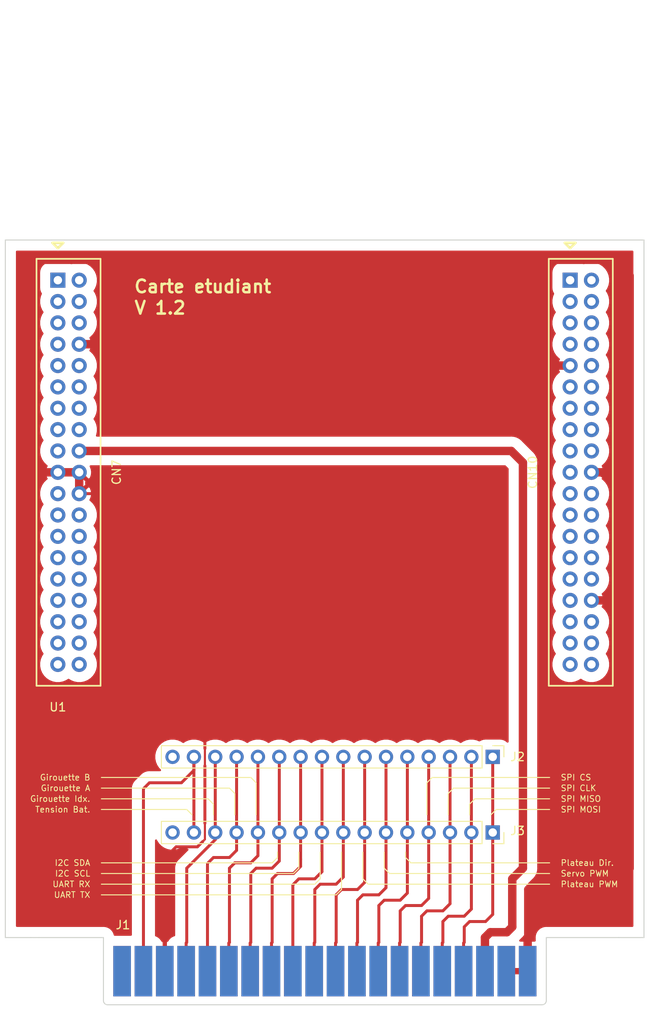
<source format=kicad_pcb>
(kicad_pcb (version 20171130) (host pcbnew 5.1.5+dfsg1-2build2)

  (general
    (thickness 1.6)
    (drawings 72)
    (tracks 171)
    (zones 0)
    (modules 4)
    (nets 18)
  )

  (page A4)
  (title_block
    (title "Carte etudiant")
    (date 2020-03-10)
    (rev 1.2)
    (company "INSA GEI")
  )

  (layers
    (0 F.Cu signal)
    (31 B.Cu jumper)
    (33 F.Adhes user)
    (35 F.Paste user)
    (37 F.SilkS user)
    (39 F.Mask user)
    (40 Dwgs.User user)
    (41 Cmts.User user)
    (42 Eco1.User user)
    (43 Eco2.User user)
    (44 Edge.Cuts user)
    (45 Margin user)
    (46 B.CrtYd user)
    (47 F.CrtYd user)
    (49 F.Fab user hide)
  )

  (setup
    (last_trace_width 0.35)
    (user_trace_width 0.3)
    (user_trace_width 0.35)
    (user_trace_width 0.4)
    (user_trace_width 0.5)
    (user_trace_width 0.75)
    (user_trace_width 1)
    (trace_clearance 0.2)
    (zone_clearance 1.2)
    (zone_45_only yes)
    (trace_min 0.2)
    (via_size 0.8)
    (via_drill 0.4)
    (via_min_size 0.4)
    (via_min_drill 0.3)
    (user_via 1 0.5)
    (uvia_size 0.3)
    (uvia_drill 0.1)
    (uvias_allowed no)
    (uvia_min_size 0.2)
    (uvia_min_drill 0.1)
    (edge_width 0.12)
    (segment_width 0.2)
    (pcb_text_width 0.3)
    (pcb_text_size 1.5 1.5)
    (mod_edge_width 0.12)
    (mod_text_size 1 1)
    (mod_text_width 0.15)
    (pad_size 1.8 1.8)
    (pad_drill 1)
    (pad_to_mask_clearance 0.051)
    (solder_mask_min_width 0.25)
    (aux_axis_origin 89 146)
    (grid_origin 89 146)
    (visible_elements FFFFFF7F)
    (pcbplotparams
      (layerselection 0x01000_fffffffe)
      (usegerberextensions false)
      (usegerberattributes false)
      (usegerberadvancedattributes false)
      (creategerberjobfile false)
      (excludeedgelayer false)
      (linewidth 0.100000)
      (plotframeref false)
      (viasonmask false)
      (mode 1)
      (useauxorigin false)
      (hpglpennumber 1)
      (hpglpenspeed 20)
      (hpglpendiameter 15.000000)
      (psnegative false)
      (psa4output false)
      (plotreference true)
      (plotvalue true)
      (plotinvisibletext false)
      (padsonsilk false)
      (subtractmaskfromsilk false)
      (outputformat 4)
      (mirror true)
      (drillshape 2)
      (scaleselection 1)
      (outputdirectory "PDF/"))
  )

  (net 0 "")
  (net 1 GND)
  (net 2 /GIROUETTE_PHA)
  (net 3 /GIROUETTE_INDEX)
  (net 4 /TENSION_BATTERIE)
  (net 5 /GIROUETTE_PHB)
  (net 6 /CAPTEUR_I2C_SDA)
  (net 7 /CAPTEUR_I2C_SCL)
  (net 8 /XBEE_UART_RX)
  (net 9 /XBEE_UART_TX)
  (net 10 /PLATEAU_PWM)
  (net 11 /SERVO_VOILE_PWM)
  (net 12 +5V)
  (net 13 /CAPTEUR_SPI_MOSI)
  (net 14 /CAPTEUR_SPI_MISO)
  (net 15 /CAPTEUR_SPI_CLK)
  (net 16 /CAPTEUR_SPI_CS)
  (net 17 /PLATEAU_DIRECTION)

  (net_class Default "This is the default net class."
    (clearance 0.2)
    (trace_width 0.25)
    (via_dia 0.8)
    (via_drill 0.4)
    (uvia_dia 0.3)
    (uvia_drill 0.1)
    (add_net +5V)
    (add_net /CAPTEUR_I2C_SCL)
    (add_net /CAPTEUR_I2C_SDA)
    (add_net /CAPTEUR_SPI_CLK)
    (add_net /CAPTEUR_SPI_CS)
    (add_net /CAPTEUR_SPI_MISO)
    (add_net /CAPTEUR_SPI_MOSI)
    (add_net /GIROUETTE_INDEX)
    (add_net /GIROUETTE_PHA)
    (add_net /GIROUETTE_PHB)
    (add_net /PLATEAU_DIRECTION)
    (add_net /PLATEAU_PWM)
    (add_net /SERVO_VOILE_PWM)
    (add_net /TENSION_BATTERIE)
    (add_net /XBEE_UART_RX)
    (add_net /XBEE_UART_TX)
    (add_net GND)
  )

  (module Insa:5-5530843-4-PCB (layer B.Cu) (tedit 5E67636F) (tstamp 5E46EE0F)
    (at 133.375 154 180)
    (descr "TE 5-5530843-4 PCB Edge")
    (path /5E47CF68)
    (fp_text reference J1 (at 30.375 9.5) (layer F.SilkS)
      (effects (font (size 1 1) (thickness 0.15)))
    )
    (fp_text value Conn_02x15_Odd_Even (at 0 -1.405) (layer B.Fab)
      (effects (font (size 1 1) (thickness 0.15)) (justify mirror))
    )
    (fp_arc (start 32.2 0.5) (end 32.2 0) (angle 90) (layer Edge.Cuts) (width 0.12))
    (fp_arc (start -19.5 0.5) (end -20 0.5) (angle 90) (layer Edge.Cuts) (width 0.12))
    (fp_line (start -20 0.5) (end -20 8) (layer Edge.Cuts) (width 0.12))
    (fp_line (start 32.7 0.5) (end 32.7 8) (layer Edge.Cuts) (width 0.12))
    (fp_line (start 0 0) (end 32.2 0) (layer Edge.Cuts) (width 0.12))
    (fp_line (start 0 0) (end -19.5 0) (layer Edge.Cuts) (width 0.12))
    (fp_arc (start 32.2 0.5) (end 32.2 0) (angle 90) (layer B.CrtYd) (width 0.12))
    (fp_arc (start -19.5 0.5) (end -20 0.5) (angle 90) (layer B.CrtYd) (width 0.12))
    (fp_line (start -20 0.5) (end -20 8) (layer B.CrtYd) (width 0.12))
    (fp_line (start 32.7 0.5) (end 32.7 8) (layer B.CrtYd) (width 0.12))
    (fp_line (start 0 0) (end 32.2 0) (layer B.CrtYd) (width 0.12))
    (fp_line (start 0 0) (end -19.5 0) (layer B.CrtYd) (width 0.12))
    (pad 37 smd rect (at 27.94 4 180) (size 2.1 6) (layers B.Cu B.Paste B.Mask))
    (pad 33 smd rect (at 22.86 4 180) (size 2.1 6) (layers B.Cu B.Paste B.Mask))
    (pad 32 smd rect (at 20.32 4 180) (size 2.1 6) (layers F.Cu F.Paste F.Mask)
      (net 2 /GIROUETTE_PHA))
    (pad 34 smd rect (at 22.86 4 180) (size 2.1 6) (layers F.Cu F.Paste F.Mask)
      (net 3 /GIROUETTE_INDEX))
    (pad 36 smd rect (at 25.4 4 180) (size 2.1 6) (layers F.Cu F.Paste F.Mask)
      (net 1 GND))
    (pad 35 smd rect (at 25.4 4 180) (size 2.1 6) (layers B.Cu B.Paste B.Mask))
    (pad 38 smd rect (at 27.94 4 180) (size 2.1 6) (layers F.Cu F.Paste F.Mask)
      (net 4 /TENSION_BATTERIE))
    (pad 40 smd rect (at 30.48 4 180) (size 2.1 6) (layers F.Cu F.Paste F.Mask))
    (pad 31 smd rect (at 20.32 4 180) (size 2.1 6) (layers B.Cu B.Paste B.Mask))
    (pad 39 smd rect (at 30.48 4 180) (size 2.1 6) (layers B.Cu B.Paste B.Mask))
    (pad 30 smd rect (at 17.78 4 180) (size 2.1 6) (layers F.Cu F.Paste F.Mask)
      (net 5 /GIROUETTE_PHB))
    (pad 28 smd rect (at 15.24 4 180) (size 2.1 6) (layers F.Cu F.Paste F.Mask)
      (net 6 /CAPTEUR_I2C_SDA))
    (pad 26 smd rect (at 12.7 4 180) (size 2.1 6) (layers F.Cu F.Paste F.Mask)
      (net 7 /CAPTEUR_I2C_SCL))
    (pad 24 smd rect (at 10.16 4 180) (size 2.1 6) (layers F.Cu F.Paste F.Mask)
      (net 8 /XBEE_UART_RX))
    (pad 22 smd rect (at 7.62 4 180) (size 2.1 6) (layers F.Cu F.Paste F.Mask)
      (net 9 /XBEE_UART_TX))
    (pad 20 smd rect (at 5.08 4 180) (size 2.1 6) (layers F.Cu F.Paste F.Mask)
      (net 10 /PLATEAU_PWM))
    (pad 18 smd rect (at 2.54 4 180) (size 2.1 6) (layers F.Cu F.Paste F.Mask)
      (net 11 /SERVO_VOILE_PWM))
    (pad 2 smd rect (at -17.78 4 180) (size 2.1 6) (layers F.Cu F.Paste F.Mask)
      (net 1 GND))
    (pad 4 smd rect (at -15.24 4 180) (size 2.1 6) (layers F.Cu F.Paste F.Mask)
      (net 1 GND))
    (pad 6 smd rect (at -12.7 4 180) (size 2.1 6) (layers F.Cu F.Paste F.Mask)
      (net 12 +5V))
    (pad 8 smd rect (at -10.16 4 180) (size 2.1 6) (layers F.Cu F.Paste F.Mask)
      (net 13 /CAPTEUR_SPI_MOSI))
    (pad 10 smd rect (at -7.62 4 180) (size 2.1 6) (layers F.Cu F.Paste F.Mask)
      (net 14 /CAPTEUR_SPI_MISO))
    (pad 12 smd rect (at -5.08 4 180) (size 2.1 6) (layers F.Cu F.Paste F.Mask)
      (net 15 /CAPTEUR_SPI_CLK))
    (pad 14 smd rect (at -2.54 4 180) (size 2.1 6) (layers F.Cu F.Paste F.Mask)
      (net 16 /CAPTEUR_SPI_CS))
    (pad 16 smd rect (at 0 4 180) (size 2.1 6) (layers F.Cu F.Paste F.Mask)
      (net 17 /PLATEAU_DIRECTION))
    (pad 29 smd rect (at 17.78 4 180) (size 2.1 6) (layers B.Cu B.Paste B.Mask))
    (pad 27 smd rect (at 15.24 4 180) (size 2.1 6) (layers B.Cu B.Paste B.Mask))
    (pad 25 smd rect (at 12.7 4 180) (size 2.1 6) (layers B.Cu B.Paste B.Mask))
    (pad 23 smd rect (at 10.16 4 180) (size 2.1 6) (layers B.Cu B.Paste B.Mask))
    (pad 21 smd rect (at 7.62 4 180) (size 2.1 6) (layers B.Cu B.Paste B.Mask))
    (pad 19 smd rect (at 5.08 4 180) (size 2.1 6) (layers B.Cu B.Paste B.Mask))
    (pad 1 smd rect (at -17.78 4 180) (size 2.1 6) (layers B.Cu B.Paste B.Mask))
    (pad 3 smd rect (at -15.24 4 180) (size 2.1 6) (layers B.Cu B.Paste B.Mask))
    (pad 5 smd rect (at -12.7 4 180) (size 2.1 6) (layers B.Cu B.Paste B.Mask))
    (pad 7 smd rect (at -10.16 4 180) (size 2.1 6) (layers B.Cu B.Paste B.Mask))
    (pad 9 smd rect (at -7.62 4 180) (size 2.1 6) (layers B.Cu B.Paste B.Mask))
    (pad 11 smd rect (at -5.08 4 180) (size 2.1 6) (layers B.Cu B.Paste B.Mask))
    (pad 17 smd rect (at 2.54 4 180) (size 2.1 6) (layers B.Cu B.Paste B.Mask))
    (pad 13 smd rect (at -2.54 4 180) (size 2.1 6) (layers B.Cu B.Paste B.Mask))
    (pad 15 smd rect (at 0 4 180) (size 2.1 6) (layers B.Cu B.Paste B.Mask))
  )

  (module Connector_PinHeader_2.54mm:PinHeader_1x16_P2.54mm_Vertical (layer F.Cu) (tedit 59FED5CC) (tstamp 5E46EE31)
    (at 147 124.5 270)
    (descr "Through hole straight pin header, 1x16, 2.54mm pitch, single row")
    (tags "Through hole pin header THT 1x16 2.54mm single row")
    (path /5E4851B3)
    (fp_text reference J2 (at 0 -2.96 180) (layer F.SilkS)
      (effects (font (size 1 1) (thickness 0.15)))
    )
    (fp_text value Conn_01x14 (at 0 40.43 90) (layer F.Fab)
      (effects (font (size 1 1) (thickness 0.15)))
    )
    (fp_text user %R (at 0 19.05) (layer F.Fab)
      (effects (font (size 1 1) (thickness 0.15)))
    )
    (fp_line (start 1.8 -1.8) (end -1.8 -1.8) (layer F.CrtYd) (width 0.05))
    (fp_line (start 1.8 39.9) (end 1.8 -1.8) (layer F.CrtYd) (width 0.05))
    (fp_line (start -1.8 39.9) (end 1.8 39.9) (layer F.CrtYd) (width 0.05))
    (fp_line (start -1.8 -1.8) (end -1.8 39.9) (layer F.CrtYd) (width 0.05))
    (fp_line (start -1.33 -1.33) (end 0 -1.33) (layer F.SilkS) (width 0.12))
    (fp_line (start -1.33 0) (end -1.33 -1.33) (layer F.SilkS) (width 0.12))
    (fp_line (start -1.33 1.27) (end 1.33 1.27) (layer F.SilkS) (width 0.12))
    (fp_line (start 1.33 1.27) (end 1.33 39.43) (layer F.SilkS) (width 0.12))
    (fp_line (start -1.33 1.27) (end -1.33 39.43) (layer F.SilkS) (width 0.12))
    (fp_line (start -1.33 39.43) (end 1.33 39.43) (layer F.SilkS) (width 0.12))
    (fp_line (start -1.27 -0.635) (end -0.635 -1.27) (layer F.Fab) (width 0.1))
    (fp_line (start -1.27 39.37) (end -1.27 -0.635) (layer F.Fab) (width 0.1))
    (fp_line (start 1.27 39.37) (end -1.27 39.37) (layer F.Fab) (width 0.1))
    (fp_line (start 1.27 -1.27) (end 1.27 39.37) (layer F.Fab) (width 0.1))
    (fp_line (start -0.635 -1.27) (end 1.27 -1.27) (layer F.Fab) (width 0.1))
    (pad 16 thru_hole oval (at 0 38.1 270) (size 1.7 1.7) (drill 1) (layers *.Cu *.Mask))
    (pad 15 thru_hole oval (at 0 35.56 270) (size 1.7 1.7) (drill 1) (layers *.Cu *.Mask)
      (net 4 /TENSION_BATTERIE))
    (pad 14 thru_hole oval (at 0 33.02 270) (size 1.7 1.7) (drill 1) (layers *.Cu *.Mask)
      (net 3 /GIROUETTE_INDEX))
    (pad 13 thru_hole oval (at 0 30.48 270) (size 1.7 1.7) (drill 1) (layers *.Cu *.Mask)
      (net 2 /GIROUETTE_PHA))
    (pad 12 thru_hole oval (at 0 27.94 270) (size 1.7 1.7) (drill 1) (layers *.Cu *.Mask)
      (net 5 /GIROUETTE_PHB))
    (pad 11 thru_hole oval (at 0 25.4 270) (size 1.7 1.7) (drill 1) (layers *.Cu *.Mask)
      (net 6 /CAPTEUR_I2C_SDA))
    (pad 10 thru_hole oval (at 0 22.86 270) (size 1.7 1.7) (drill 1) (layers *.Cu *.Mask)
      (net 7 /CAPTEUR_I2C_SCL))
    (pad 9 thru_hole oval (at 0 20.32 270) (size 1.7 1.7) (drill 1) (layers *.Cu *.Mask)
      (net 8 /XBEE_UART_RX))
    (pad 8 thru_hole oval (at 0 17.78 270) (size 1.7 1.7) (drill 1) (layers *.Cu *.Mask)
      (net 9 /XBEE_UART_TX))
    (pad 7 thru_hole oval (at 0 15.24 270) (size 1.7 1.7) (drill 1) (layers *.Cu *.Mask)
      (net 10 /PLATEAU_PWM))
    (pad 6 thru_hole oval (at 0 12.7 270) (size 1.7 1.7) (drill 1) (layers *.Cu *.Mask)
      (net 11 /SERVO_VOILE_PWM))
    (pad 5 thru_hole oval (at 0 10.16 270) (size 1.7 1.7) (drill 1) (layers *.Cu *.Mask)
      (net 17 /PLATEAU_DIRECTION))
    (pad 4 thru_hole oval (at 0 7.62 270) (size 1.7 1.7) (drill 1) (layers *.Cu *.Mask)
      (net 16 /CAPTEUR_SPI_CS))
    (pad 3 thru_hole oval (at 0 5.08 270) (size 1.7 1.7) (drill 1) (layers *.Cu *.Mask)
      (net 15 /CAPTEUR_SPI_CLK))
    (pad 2 thru_hole oval (at 0 2.54 270) (size 1.7 1.7) (drill 1) (layers *.Cu *.Mask)
      (net 14 /CAPTEUR_SPI_MISO))
    (pad 1 thru_hole rect (at 0 0 270) (size 1.7 1.7) (drill 1) (layers *.Cu *.Mask)
      (net 13 /CAPTEUR_SPI_MOSI))
    (model ${KISYS3DMOD}/Connector_PinHeader_2.54mm.3dshapes/PinHeader_1x16_P2.54mm_Vertical.wrl
      (at (xyz 0 0 0))
      (scale (xyz 1 1 1))
      (rotate (xyz 0 0 0))
    )
  )

  (module Insa:ST_Morpho_Connector_64 (layer F.Cu) (tedit 5E5E480B) (tstamp 5E46EEA0)
    (at 127 113.5)
    (path /5E490880)
    (fp_text reference U1 (at -31.75 5.08) (layer F.SilkS)
      (effects (font (size 1 1) (thickness 0.15)))
    )
    (fp_text value NUCLEO64-F103RB (at -25.4 7.12) (layer F.Fab)
      (effects (font (size 1 1) (thickness 0.15)))
    )
    (fp_line (start -35 3) (end -35 -77.5) (layer F.CrtYd) (width 0.12))
    (fp_line (start -35 -77.5) (end 8 -77.5) (layer F.CrtYd) (width 0.12))
    (fp_line (start 35 3) (end 35 -77.5) (layer F.CrtYd) (width 0.12))
    (fp_line (start -35 3) (end -24.13 3) (layer F.CrtYd) (width 0.12))
    (fp_line (start -22 5) (end 11 5) (layer F.CrtYd) (width 0.12))
    (fp_line (start 13 3) (end 35 3) (layer F.CrtYd) (width 0.12))
    (fp_line (start 13 3) (end 11 5) (layer F.CrtYd) (width 0.12))
    (fp_line (start -24.13 3) (end -22 5) (layer F.CrtYd) (width 0.12))
    (fp_line (start 8 -79) (end 17 -79) (layer F.CrtYd) (width 0.12))
    (fp_line (start 17 -79) (end 17 -77.5) (layer F.CrtYd) (width 0.12))
    (fp_line (start 8 -77.5) (end 8 -79) (layer F.CrtYd) (width 0.12))
    (fp_line (start -35 -52.54) (end -20 -52.54) (layer Dwgs.User) (width 0.12))
    (fp_line (start -15 -52.54) (end 15 -52.54) (layer Dwgs.User) (width 0.12))
    (fp_line (start 20 -52.54) (end 35 -52.54) (layer Dwgs.User) (width 0.12))
    (fp_line (start -34.29 -48.26) (end -26.67 -48.26) (layer F.SilkS) (width 0.2))
    (fp_line (start -26.67 -48.26) (end -26.67 2.54) (layer F.SilkS) (width 0.2))
    (fp_line (start -26.67 2.54) (end -34.29 2.54) (layer F.SilkS) (width 0.2))
    (fp_line (start -34.29 2.54) (end -34.29 -48.26) (layer F.SilkS) (width 0.2))
    (fp_line (start 26.67 -48.26) (end 34.29 -48.26) (layer F.SilkS) (width 0.2))
    (fp_line (start 34.29 -48.26) (end 34.29 2.54) (layer F.SilkS) (width 0.2))
    (fp_line (start 34.29 2.54) (end 26.67 2.54) (layer F.SilkS) (width 0.2))
    (fp_line (start 26.67 2.54) (end 26.67 -48.26) (layer F.SilkS) (width 0.2))
    (fp_line (start 29.21 -49.53) (end 28.575 -50.165) (layer F.SilkS) (width 0.3))
    (fp_line (start 28.575 -50.165) (end 29.845 -50.165) (layer F.SilkS) (width 0.3))
    (fp_line (start 29.845 -50.165) (end 29.21 -49.53) (layer F.SilkS) (width 0.3))
    (fp_line (start -31.75 -49.53) (end -32.385 -50.165) (layer F.SilkS) (width 0.3))
    (fp_line (start -32.385 -50.165) (end -31.115 -50.165) (layer F.SilkS) (width 0.3))
    (fp_line (start -31.115 -50.165) (end -31.75 -49.53) (layer F.SilkS) (width 0.3))
    (fp_text user CN7 (at -24.765 -22.86 90) (layer F.SilkS)
      (effects (font (size 1 1) (thickness 0.15)))
    )
    (fp_text user CN10 (at 24.765 -22.86 270) (layer F.SilkS)
      (effects (font (size 1 1) (thickness 0.15)))
    )
    (fp_line (start 17 -77.5) (end 35 -77.5) (layer F.CrtYd) (width 0.12))
    (pad 37 thru_hole circle (at -31.75 0) (size 1.8 1.8) (drill 1) (layers *.Cu *.Mask))
    (pad 38 thru_hole circle (at -29.21 0) (size 1.8 1.8) (drill 1) (layers *.Cu *.Mask))
    (pad 75 thru_hole circle (at 29.21 0) (size 1.8 1.8) (drill 1) (layers *.Cu *.Mask))
    (pad 76 thru_hole circle (at 31.75 0) (size 1.8 1.8) (drill 1) (layers *.Cu *.Mask))
    (pad 35 thru_hole circle (at -31.75 -2.54) (size 1.8 1.8) (drill 1) (layers *.Cu *.Mask))
    (pad 33 thru_hole circle (at -31.75 -5.08) (size 1.8 1.8) (drill 1) (layers *.Cu *.Mask))
    (pad 31 thru_hole circle (at -31.75 -7.62) (size 1.8 1.8) (drill 1) (layers *.Cu *.Mask))
    (pad 29 thru_hole circle (at -31.75 -10.16) (size 1.8 1.8) (drill 1) (layers *.Cu *.Mask))
    (pad 27 thru_hole circle (at -31.75 -12.7) (size 1.8 1.8) (drill 1) (layers *.Cu *.Mask))
    (pad 25 thru_hole circle (at -31.75 -15.24) (size 1.8 1.8) (drill 1) (layers *.Cu *.Mask))
    (pad 23 thru_hole circle (at -31.75 -17.78) (size 1.8 1.8) (drill 1) (layers *.Cu *.Mask))
    (pad 21 thru_hole circle (at -31.75 -20.32) (size 1.8 1.8) (drill 1) (layers *.Cu *.Mask))
    (pad 19 thru_hole circle (at -31.75 -22.86) (size 1.8 1.8) (drill 1) (layers *.Cu *.Mask)
      (net 1 GND))
    (pad 17 thru_hole circle (at -31.75 -25.4) (size 1.8 1.8) (drill 1) (layers *.Cu *.Mask))
    (pad 15 thru_hole circle (at -31.75 -27.94) (size 1.8 1.8) (drill 1) (layers *.Cu *.Mask))
    (pad 13 thru_hole circle (at -31.75 -30.48) (size 1.8 1.8) (drill 1) (layers *.Cu *.Mask))
    (pad 11 thru_hole circle (at -31.75 -33.02) (size 1.8 1.8) (drill 1) (layers *.Cu *.Mask))
    (pad 9 thru_hole circle (at -31.75 -35.56) (size 1.8 1.8) (drill 1) (layers *.Cu *.Mask))
    (pad 7 thru_hole circle (at -31.75 -38.1) (size 1.8 1.8) (drill 1) (layers *.Cu *.Mask))
    (pad 5 thru_hole circle (at -31.75 -40.64) (size 1.8 1.8) (drill 1) (layers *.Cu *.Mask))
    (pad 3 thru_hole circle (at -31.75 -43.18) (size 1.8 1.8) (drill 1) (layers *.Cu *.Mask))
    (pad 1 thru_hole rect (at -31.75 -45.72) (size 1.8 1.8) (drill 1) (layers *.Cu *.Mask))
    (pad 36 thru_hole circle (at -29.21 -2.54) (size 1.8 1.8) (drill 1) (layers *.Cu *.Mask))
    (pad 34 thru_hole circle (at -29.21 -5.08) (size 1.8 1.8) (drill 1) (layers *.Cu *.Mask))
    (pad 32 thru_hole circle (at -29.21 -7.62) (size 1.8 1.8) (drill 1) (layers *.Cu *.Mask))
    (pad 30 thru_hole circle (at -29.21 -10.16) (size 1.8 1.8) (drill 1) (layers *.Cu *.Mask))
    (pad 28 thru_hole circle (at -29.21 -12.7) (size 1.8 1.8) (drill 1) (layers *.Cu *.Mask))
    (pad 26 thru_hole circle (at -29.21 -15.24) (size 1.8 1.8) (drill 1) (layers *.Cu *.Mask))
    (pad 24 thru_hole circle (at -29.21 -17.78) (size 1.8 1.8) (drill 1) (layers *.Cu *.Mask))
    (pad 22 thru_hole circle (at -29.21 -20.32) (size 1.8 1.8) (drill 1) (layers *.Cu *.Mask)
      (net 1 GND))
    (pad 20 thru_hole circle (at -29.21 -22.86) (size 1.8 1.8) (drill 1) (layers *.Cu *.Mask)
      (net 1 GND))
    (pad 18 thru_hole circle (at -29.21 -25.4) (size 1.8 1.8) (drill 1) (layers *.Cu *.Mask)
      (net 12 +5V))
    (pad 16 thru_hole circle (at -29.21 -27.94) (size 1.8 1.8) (drill 1) (layers *.Cu *.Mask))
    (pad 14 thru_hole circle (at -29.21 -30.48) (size 1.8 1.8) (drill 1) (layers *.Cu *.Mask))
    (pad 12 thru_hole circle (at -29.21 -33.02) (size 1.8 1.8) (drill 1) (layers *.Cu *.Mask))
    (pad 10 thru_hole circle (at -29.21 -35.56) (size 1.8 1.8) (drill 1) (layers *.Cu *.Mask))
    (pad 8 thru_hole circle (at -29.21 -38.1) (size 1.8 1.8) (drill 1) (layers *.Cu *.Mask)
      (net 1 GND))
    (pad 6 thru_hole circle (at -29.21 -40.64) (size 1.8 1.8) (drill 1) (layers *.Cu *.Mask))
    (pad 4 thru_hole circle (at -29.21 -43.18) (size 1.8 1.8) (drill 1) (layers *.Cu *.Mask))
    (pad 2 thru_hole circle (at -29.21 -45.72) (size 1.8 1.8) (drill 1) (layers *.Cu *.Mask))
    (pad 74 thru_hole circle (at 31.75 -2.54) (size 1.8 1.8) (drill 1) (layers *.Cu *.Mask))
    (pad 73 thru_hole circle (at 29.21 -2.54) (size 1.8 1.8) (drill 1) (layers *.Cu *.Mask))
    (pad 72 thru_hole circle (at 31.75 -5.08) (size 1.8 1.8) (drill 1) (layers *.Cu *.Mask))
    (pad 71 thru_hole circle (at 29.21 -5.08) (size 1.8 1.8) (drill 1) (layers *.Cu *.Mask))
    (pad 70 thru_hole circle (at 31.75 -7.62) (size 1.8 1.8) (drill 1) (layers *.Cu *.Mask)
      (net 1 GND))
    (pad 69 thru_hole circle (at 29.21 -7.62) (size 1.8 1.8) (drill 1) (layers *.Cu *.Mask))
    (pad 68 thru_hole circle (at 31.75 -10.16) (size 1.8 1.8) (drill 1) (layers *.Cu *.Mask))
    (pad 67 thru_hole circle (at 29.21 -10.16) (size 1.8 1.8) (drill 1) (layers *.Cu *.Mask))
    (pad 66 thru_hole circle (at 31.75 -12.7) (size 1.8 1.8) (drill 1) (layers *.Cu *.Mask))
    (pad 65 thru_hole circle (at 29.21 -12.7) (size 1.8 1.8) (drill 1) (layers *.Cu *.Mask))
    (pad 64 thru_hole circle (at 31.75 -15.24) (size 1.8 1.8) (drill 1) (layers *.Cu *.Mask))
    (pad 63 thru_hole circle (at 29.21 -15.24) (size 1.8 1.8) (drill 1) (layers *.Cu *.Mask))
    (pad 62 thru_hole circle (at 31.75 -17.78) (size 1.8 1.8) (drill 1) (layers *.Cu *.Mask))
    (pad 61 thru_hole circle (at 29.21 -17.78) (size 1.8 1.8) (drill 1) (layers *.Cu *.Mask))
    (pad 58 thru_hole circle (at 31.75 -22.86) (size 1.8 1.8) (drill 1) (layers *.Cu *.Mask)
      (net 1 GND))
    (pad 57 thru_hole circle (at 29.21 -22.86) (size 1.8 1.8) (drill 1) (layers *.Cu *.Mask))
    (pad 60 thru_hole circle (at 31.75 -20.32) (size 1.8 1.8) (drill 1) (layers *.Cu *.Mask))
    (pad 59 thru_hole circle (at 29.21 -20.32) (size 1.8 1.8) (drill 1) (layers *.Cu *.Mask))
    (pad 56 thru_hole circle (at 31.75 -25.4) (size 1.8 1.8) (drill 1) (layers *.Cu *.Mask))
    (pad 55 thru_hole circle (at 29.21 -25.4) (size 1.8 1.8) (drill 1) (layers *.Cu *.Mask))
    (pad 54 thru_hole circle (at 31.75 -27.94) (size 1.8 1.8) (drill 1) (layers *.Cu *.Mask))
    (pad 53 thru_hole circle (at 29.21 -27.94) (size 1.8 1.8) (drill 1) (layers *.Cu *.Mask))
    (pad 52 thru_hole circle (at 31.75 -30.48) (size 1.8 1.8) (drill 1) (layers *.Cu *.Mask))
    (pad 51 thru_hole circle (at 29.21 -30.48) (size 1.8 1.8) (drill 1) (layers *.Cu *.Mask))
    (pad 50 thru_hole circle (at 31.75 -33.02) (size 1.8 1.8) (drill 1) (layers *.Cu *.Mask))
    (pad 49 thru_hole circle (at 29.21 -33.02) (size 1.8 1.8) (drill 1) (layers *.Cu *.Mask))
    (pad 48 thru_hole circle (at 31.75 -35.56) (size 1.8 1.8) (drill 1) (layers *.Cu *.Mask))
    (pad 47 thru_hole circle (at 29.21 -35.56) (size 1.8 1.8) (drill 1) (layers *.Cu *.Mask)
      (net 1 GND))
    (pad 46 thru_hole circle (at 31.75 -38.1) (size 1.8 1.8) (drill 1) (layers *.Cu *.Mask))
    (pad 45 thru_hole circle (at 29.21 -38.1) (size 1.8 1.8) (drill 1) (layers *.Cu *.Mask))
    (pad 44 thru_hole circle (at 31.75 -40.64) (size 1.8 1.8) (drill 1) (layers *.Cu *.Mask))
    (pad 43 thru_hole circle (at 29.21 -40.64) (size 1.8 1.8) (drill 1) (layers *.Cu *.Mask))
    (pad 42 thru_hole circle (at 31.75 -43.18) (size 1.8 1.8) (drill 1) (layers *.Cu *.Mask))
    (pad 41 thru_hole circle (at 29.21 -43.18) (size 1.8 1.8) (drill 1) (layers *.Cu *.Mask))
    (pad 40 thru_hole circle (at 31.75 -45.72) (size 1.8 1.8) (drill 1) (layers *.Cu *.Mask))
    (pad 39 thru_hole rect (at 29.21 -45.72) (size 1.8 1.8) (drill 1) (layers *.Cu *.Mask))
    (model /home/dimercur/kicad/local-packages3d/Insa.3dshapes/NUCLEO-60-F401.STEP
      (offset (xyz 8.9 -2.54 6))
      (scale (xyz 1 1 1))
      (rotate (xyz 0 0 0))
    )
  )

  (module Connector_PinSocket_2.54mm:PinSocket_1x16_P2.54mm_Vertical (layer F.Cu) (tedit 5A19A41E) (tstamp 60071168)
    (at 147 133.5 270)
    (descr "Through hole straight socket strip, 1x16, 2.54mm pitch, single row (from Kicad 4.0.7), script generated")
    (tags "Through hole socket strip THT 1x16 2.54mm single row")
    (path /60081935)
    (fp_text reference J3 (at -0.2 -2.96 180) (layer F.SilkS)
      (effects (font (size 1 1) (thickness 0.15)))
    )
    (fp_text value Conn_01x14 (at 0 40.87 90) (layer F.Fab)
      (effects (font (size 1 1) (thickness 0.15)))
    )
    (fp_line (start -1.27 -1.27) (end 0.635 -1.27) (layer F.Fab) (width 0.1))
    (fp_line (start 0.635 -1.27) (end 1.27 -0.635) (layer F.Fab) (width 0.1))
    (fp_line (start 1.27 -0.635) (end 1.27 39.37) (layer F.Fab) (width 0.1))
    (fp_line (start 1.27 39.37) (end -1.27 39.37) (layer F.Fab) (width 0.1))
    (fp_line (start -1.27 39.37) (end -1.27 -1.27) (layer F.Fab) (width 0.1))
    (fp_line (start -1.33 1.27) (end 1.33 1.27) (layer F.SilkS) (width 0.12))
    (fp_line (start -1.33 1.27) (end -1.33 39.43) (layer F.SilkS) (width 0.12))
    (fp_line (start -1.33 39.43) (end 1.33 39.43) (layer F.SilkS) (width 0.12))
    (fp_line (start 1.33 1.27) (end 1.33 39.43) (layer F.SilkS) (width 0.12))
    (fp_line (start 1.33 -1.33) (end 1.33 0) (layer F.SilkS) (width 0.12))
    (fp_line (start 0 -1.33) (end 1.33 -1.33) (layer F.SilkS) (width 0.12))
    (fp_line (start -1.8 -1.8) (end 1.75 -1.8) (layer F.CrtYd) (width 0.05))
    (fp_line (start 1.75 -1.8) (end 1.75 39.9) (layer F.CrtYd) (width 0.05))
    (fp_line (start 1.75 39.9) (end -1.8 39.9) (layer F.CrtYd) (width 0.05))
    (fp_line (start -1.8 39.9) (end -1.8 -1.8) (layer F.CrtYd) (width 0.05))
    (fp_text user %R (at 0 19.05) (layer F.Fab)
      (effects (font (size 1 1) (thickness 0.15)))
    )
    (pad 1 thru_hole rect (at 0 0 270) (size 1.7 1.7) (drill 1) (layers *.Cu *.Mask)
      (net 13 /CAPTEUR_SPI_MOSI))
    (pad 2 thru_hole oval (at 0 2.54 270) (size 1.7 1.7) (drill 1) (layers *.Cu *.Mask)
      (net 14 /CAPTEUR_SPI_MISO))
    (pad 3 thru_hole oval (at 0 5.08 270) (size 1.7 1.7) (drill 1) (layers *.Cu *.Mask)
      (net 15 /CAPTEUR_SPI_CLK))
    (pad 4 thru_hole oval (at 0 7.62 270) (size 1.7 1.7) (drill 1) (layers *.Cu *.Mask)
      (net 16 /CAPTEUR_SPI_CS))
    (pad 5 thru_hole oval (at 0 10.16 270) (size 1.7 1.7) (drill 1) (layers *.Cu *.Mask)
      (net 17 /PLATEAU_DIRECTION))
    (pad 6 thru_hole oval (at 0 12.7 270) (size 1.7 1.7) (drill 1) (layers *.Cu *.Mask)
      (net 11 /SERVO_VOILE_PWM))
    (pad 7 thru_hole oval (at 0 15.24 270) (size 1.7 1.7) (drill 1) (layers *.Cu *.Mask)
      (net 10 /PLATEAU_PWM))
    (pad 8 thru_hole oval (at 0 17.78 270) (size 1.7 1.7) (drill 1) (layers *.Cu *.Mask)
      (net 9 /XBEE_UART_TX))
    (pad 9 thru_hole oval (at 0 20.32 270) (size 1.7 1.7) (drill 1) (layers *.Cu *.Mask)
      (net 8 /XBEE_UART_RX))
    (pad 10 thru_hole oval (at 0 22.86 270) (size 1.7 1.7) (drill 1) (layers *.Cu *.Mask)
      (net 7 /CAPTEUR_I2C_SCL))
    (pad 11 thru_hole oval (at 0 25.4 270) (size 1.7 1.7) (drill 1) (layers *.Cu *.Mask)
      (net 6 /CAPTEUR_I2C_SDA))
    (pad 12 thru_hole oval (at 0 27.94 270) (size 1.7 1.7) (drill 1) (layers *.Cu *.Mask)
      (net 5 /GIROUETTE_PHB))
    (pad 13 thru_hole oval (at 0 30.48 270) (size 1.7 1.7) (drill 1) (layers *.Cu *.Mask)
      (net 2 /GIROUETTE_PHA))
    (pad 14 thru_hole oval (at 0 33.02 270) (size 1.7 1.7) (drill 1) (layers *.Cu *.Mask)
      (net 3 /GIROUETTE_INDEX))
    (pad 15 thru_hole oval (at 0 35.56 270) (size 1.7 1.7) (drill 1) (layers *.Cu *.Mask)
      (net 4 /TENSION_BATTERIE))
    (pad 16 thru_hole oval (at 0 38.1 270) (size 1.7 1.7) (drill 1) (layers *.Cu *.Mask))
    (model ${KISYS3DMOD}/Connector_PinSocket_2.54mm.3dshapes/PinSocket_1x16_P2.54mm_Vertical.wrl
      (at (xyz 0 0 0))
      (scale (xyz 1 1 1))
      (rotate (xyz 0 0 0))
    )
  )

  (dimension 11.43 (width 0.15) (layer F.Fab)
    (gr_text "11,430 mm" (at 94.715 160.635) (layer F.Fab)
      (effects (font (size 1 1) (thickness 0.15)))
    )
    (feature1 (pts (xy 100.43 146.635) (xy 100.43 159.921421)))
    (feature2 (pts (xy 89 146.635) (xy 89 159.921421)))
    (crossbar (pts (xy 89 159.335) (xy 100.43 159.335)))
    (arrow1a (pts (xy 100.43 159.335) (xy 99.303496 159.921421)))
    (arrow1b (pts (xy 100.43 159.335) (xy 99.303496 158.748579)))
    (arrow2a (pts (xy 89 159.335) (xy 90.126504 159.921421)))
    (arrow2b (pts (xy 89 159.335) (xy 90.126504 158.748579)))
  )
  (dimension 11.43 (width 0.15) (layer F.Fab)
    (gr_text "11,430 mm" (at 159.485 160.635) (layer F.Fab)
      (effects (font (size 1 1) (thickness 0.15)))
    )
    (feature1 (pts (xy 165.2 147.27) (xy 165.2 159.921421)))
    (feature2 (pts (xy 153.77 147.27) (xy 153.77 159.921421)))
    (crossbar (pts (xy 153.77 159.335) (xy 165.2 159.335)))
    (arrow1a (pts (xy 165.2 159.335) (xy 164.073496 159.921421)))
    (arrow1b (pts (xy 165.2 159.335) (xy 164.073496 158.748579)))
    (arrow2a (pts (xy 153.77 159.335) (xy 154.896504 159.921421)))
    (arrow2b (pts (xy 153.77 159.335) (xy 154.896504 158.748579)))
  )
  (gr_line (start 139.165 127.585) (end 139.165 131.395) (layer F.SilkS) (width 0.12))
  (gr_line (start 139.8 126.95) (end 139.165 127.585) (layer F.SilkS) (width 0.12))
  (gr_line (start 153.77 126.95) (end 139.8 126.95) (layer F.SilkS) (width 0.12))
  (gr_line (start 141.705 128.855) (end 141.705 131.395) (layer F.SilkS) (width 0.12))
  (gr_line (start 142.34 128.22) (end 141.705 128.855) (layer F.SilkS) (width 0.12))
  (gr_line (start 153.77 128.22) (end 142.34 128.22) (layer F.SilkS) (width 0.12))
  (gr_line (start 144.245 130.125) (end 144.245 131.395) (layer F.SilkS) (width 0.12))
  (gr_line (start 144.88 129.49) (end 144.245 130.125) (layer F.SilkS) (width 0.12))
  (gr_line (start 153.77 129.49) (end 144.88 129.49) (layer F.SilkS) (width 0.12))
  (gr_line (start 147.42 130.76) (end 146.785 131.395) (layer F.SilkS) (width 0.12))
  (gr_line (start 153.77 130.76) (end 147.42 130.76) (layer F.SilkS) (width 0.12))
  (gr_line (start 136.625 136.475) (end 136.625 135.84) (layer F.SilkS) (width 0.12))
  (gr_line (start 137.26 137.11) (end 136.625 136.475) (layer F.SilkS) (width 0.12))
  (gr_line (start 153.77 137.11) (end 137.26 137.11) (layer F.SilkS) (width 0.12))
  (gr_line (start 134.085 137.745) (end 134.085 135.84) (layer F.SilkS) (width 0.12))
  (gr_line (start 134.72 138.38) (end 134.085 137.745) (layer F.SilkS) (width 0.12))
  (gr_line (start 153.77 138.38) (end 134.72 138.38) (layer F.SilkS) (width 0.12))
  (gr_line (start 131.545 139.015) (end 131.545 135.84) (layer F.SilkS) (width 0.12))
  (gr_line (start 132.18 139.65) (end 131.545 139.015) (layer F.SilkS) (width 0.12))
  (gr_line (start 153.77 139.65) (end 132.18 139.65) (layer F.SilkS) (width 0.12))
  (gr_line (start 129.005 140.285) (end 129.005 135.84) (layer F.SilkS) (width 0.12))
  (gr_line (start 128.37 140.92) (end 129.005 140.285) (layer F.SilkS) (width 0.12))
  (gr_line (start 100.43 140.92) (end 128.37 140.92) (layer F.SilkS) (width 0.12))
  (gr_line (start 126.465 139.015) (end 126.465 135.84) (layer F.SilkS) (width 0.12))
  (gr_line (start 125.83 139.65) (end 126.465 139.015) (layer F.SilkS) (width 0.12))
  (gr_line (start 100.43 139.65) (end 125.83 139.65) (layer F.SilkS) (width 0.12))
  (gr_line (start 123.925 137.745) (end 123.925 135.84) (layer F.SilkS) (width 0.12))
  (gr_line (start 123.29 138.38) (end 123.925 137.745) (layer F.SilkS) (width 0.12))
  (gr_line (start 100.43 138.38) (end 123.29 138.38) (layer F.SilkS) (width 0.12))
  (gr_line (start 121.385 136.475) (end 121.385 135.84) (layer F.SilkS) (width 0.12))
  (gr_line (start 120.75 137.11) (end 121.385 136.475) (layer F.SilkS) (width 0.12))
  (gr_line (start 100.43 137.11) (end 120.75 137.11) (layer F.SilkS) (width 0.12))
  (gr_line (start 118.845 127.585) (end 118.845 131.395) (layer F.SilkS) (width 0.12))
  (gr_line (start 118.21 126.95) (end 118.845 127.585) (layer F.SilkS) (width 0.12))
  (gr_line (start 100.43 126.95) (end 118.21 126.95) (layer F.SilkS) (width 0.12))
  (gr_line (start 116.305 128.855) (end 116.305 131.395) (layer F.SilkS) (width 0.12))
  (gr_line (start 115.67 128.22) (end 116.305 128.855) (layer F.SilkS) (width 0.12))
  (gr_line (start 100.43 128.22) (end 115.67 128.22) (layer F.SilkS) (width 0.12))
  (gr_line (start 113.765 130.125) (end 113.765 131.395) (layer F.SilkS) (width 0.12))
  (gr_line (start 113.13 129.49) (end 113.765 130.125) (layer F.SilkS) (width 0.12))
  (gr_line (start 100.43 129.49) (end 113.13 129.49) (layer F.SilkS) (width 0.12))
  (gr_line (start 110.59 130.76) (end 111.225 131.395) (layer F.SilkS) (width 0.12))
  (gr_line (start 100.43 130.76) (end 110.59 130.76) (layer F.SilkS) (width 0.12))
  (gr_text "Plateau PWM" (at 155.04 139.65) (layer F.SilkS) (tstamp 6007F84B)
    (effects (font (size 0.7 0.7) (thickness 0.1)) (justify left))
  )
  (gr_text "Servo PWM" (at 155.04 138.38) (layer F.SilkS) (tstamp 6007F84B)
    (effects (font (size 0.7 0.7) (thickness 0.1)) (justify left))
  )
  (gr_text "Plateau Dir." (at 155.04 137.11) (layer F.SilkS) (tstamp 6007F84B)
    (effects (font (size 0.7 0.7) (thickness 0.1)) (justify left))
  )
  (gr_text "SPI CS" (at 155.04 126.95) (layer F.SilkS) (tstamp 6007F84B)
    (effects (font (size 0.7 0.7) (thickness 0.1)) (justify left))
  )
  (gr_text "SPI CLK" (at 155.04 128.22) (layer F.SilkS) (tstamp 6007F84B)
    (effects (font (size 0.7 0.7) (thickness 0.1)) (justify left))
  )
  (gr_text "SPI MISO" (at 155.04 129.49) (layer F.SilkS) (tstamp 6007F84B)
    (effects (font (size 0.7 0.7) (thickness 0.1)) (justify left))
  )
  (gr_text "SPI MOSI" (at 155.04 130.76) (layer F.SilkS) (tstamp 6007F84B)
    (effects (font (size 0.7 0.7) (thickness 0.1)) (justify left))
  )
  (gr_text "UART TX" (at 99.16 140.92) (layer F.SilkS) (tstamp 6007F84B)
    (effects (font (size 0.7 0.7) (thickness 0.1)) (justify right))
  )
  (gr_text "UART RX" (at 99.16 139.65) (layer F.SilkS) (tstamp 6007F84B)
    (effects (font (size 0.7 0.7) (thickness 0.1)) (justify right))
  )
  (gr_text "I2C SCL" (at 99.16 138.38) (layer F.SilkS) (tstamp 6007F84B)
    (effects (font (size 0.7 0.7) (thickness 0.1)) (justify right))
  )
  (gr_text "I2C SDA" (at 99.16 137.11) (layer F.SilkS) (tstamp 6007F84B)
    (effects (font (size 0.7 0.7) (thickness 0.1)) (justify right))
  )
  (gr_text "Girouette B" (at 99.16 126.95) (layer F.SilkS) (tstamp 6007F84B)
    (effects (font (size 0.7 0.7) (thickness 0.1)) (justify right))
  )
  (gr_text "Girouette A" (at 99.16 128.22) (layer F.SilkS) (tstamp 6007F84B)
    (effects (font (size 0.7 0.7) (thickness 0.1)) (justify right))
  )
  (gr_text "Girouette Idx." (at 99.16 129.49) (layer F.SilkS) (tstamp 6007F84B)
    (effects (font (size 0.7 0.7) (thickness 0.1)) (justify right))
  )
  (gr_text "Tension Bat." (at 99.16 130.76) (layer F.SilkS)
    (effects (font (size 0.7 0.7) (thickness 0.1)) (justify right))
  )
  (gr_line (start 165 63) (end 89 63) (layer Edge.Cuts) (width 0.12) (tstamp 6007F3A6))
  (gr_line (start 162 146) (end 165 146) (layer Edge.Cuts) (width 0.12) (tstamp 6007F387))
  (gr_line (start 92 146) (end 89 146) (layer Edge.Cuts) (width 0.12) (tstamp 6007F386))
  (gr_line (start 165 146) (end 165 63) (layer Edge.Cuts) (width 0.12))
  (gr_line (start 89 146) (end 89 63) (layer Edge.Cuts) (width 0.12))
  (dimension 91.5 (width 0.15) (layer F.Fab)
    (gr_text "91,500 mm" (at 171.8 108.25 270) (layer F.Fab)
      (effects (font (size 1 1) (thickness 0.15)))
    )
    (feature1 (pts (xy 161 154) (xy 171.086421 154)))
    (feature2 (pts (xy 161 62.5) (xy 171.086421 62.5)))
    (crossbar (pts (xy 170.5 62.5) (xy 170.5 154)))
    (arrow1a (pts (xy 170.5 154) (xy 169.913579 152.873496)))
    (arrow1b (pts (xy 170.5 154) (xy 171.086421 152.873496)))
    (arrow2a (pts (xy 170.5 62.5) (xy 169.913579 63.626504)))
    (arrow2b (pts (xy 170.5 62.5) (xy 171.086421 63.626504)))
  )
  (gr_line (start 93 146) (end 92 146) (layer Edge.Cuts) (width 0.12))
  (gr_line (start 153.375 146) (end 162 146) (layer Edge.Cuts) (width 0.12))
  (gr_line (start 100.675 146) (end 93 146) (layer Edge.Cuts) (width 0.12))
  (gr_text "V 1.2" (at 107.415 71.07) (layer F.SilkS)
    (effects (font (size 1.5 1.5) (thickness 0.3)))
  )
  (gr_text "Carte etudiant" (at 112.495 68.53) (layer F.SilkS)
    (effects (font (size 1.5 1.5) (thickness 0.3)))
  )
  (dimension 70 (width 0.15) (layer F.Fab)
    (gr_text "70.000 mm" (at 127 53.2) (layer F.Fab)
      (effects (font (size 1 1) (thickness 0.15)))
    )
    (feature1 (pts (xy 162 61.5) (xy 162 53.913579)))
    (feature2 (pts (xy 92 61.5) (xy 92 53.913579)))
    (crossbar (pts (xy 92 54.5) (xy 162 54.5)))
    (arrow1a (pts (xy 162 54.5) (xy 160.873496 55.086421)))
    (arrow1b (pts (xy 162 54.5) (xy 160.873496 53.913579)))
    (arrow2a (pts (xy 92 54.5) (xy 93.126504 55.086421)))
    (arrow2b (pts (xy 92 54.5) (xy 93.126504 53.913579)))
  )

  (segment (start 151.155 150) (end 148.615 150) (width 0.75) (layer F.Cu) (net 1))
  (segment (start 163.295 106.63) (end 162.545 105.88) (width 1) (layer F.Cu) (net 1))
  (segment (start 162.545 105.88) (end 158.75 105.88) (width 1) (layer F.Cu) (net 1))
  (segment (start 160.022792 90.64) (end 160.137792 90.755) (width 1) (layer F.Cu) (net 1))
  (segment (start 158.75 90.64) (end 160.022792 90.64) (width 1) (layer F.Cu) (net 1))
  (segment (start 160.137792 90.755) (end 162.66 90.755) (width 1) (layer F.Cu) (net 1))
  (segment (start 163.295 91.39) (end 163.295 106.63) (width 1) (layer F.Cu) (net 1))
  (segment (start 162.66 90.755) (end 163.295 91.39) (width 1) (layer F.Cu) (net 1))
  (segment (start 156.21 77.94) (end 153.02 77.94) (width 1) (layer F.Cu) (net 1))
  (segment (start 153.02 77.94) (end 152.5 77.42) (width 1) (layer F.Cu) (net 1))
  (segment (start 152.5 66.625) (end 153.77 65.355) (width 1) (layer F.Cu) (net 1))
  (segment (start 153.77 65.355) (end 161.39 65.355) (width 1) (layer F.Cu) (net 1))
  (segment (start 163.295 67.26) (end 163.295 91.39) (width 1) (layer F.Cu) (net 1))
  (segment (start 161.39 65.355) (end 163.295 67.26) (width 1) (layer F.Cu) (net 1))
  (segment (start 151.98 75.4) (end 152.5 74.88) (width 1) (layer F.Cu) (net 1))
  (segment (start 97.79 75.4) (end 151.98 75.4) (width 1) (layer F.Cu) (net 1))
  (segment (start 152.5 74.88) (end 152.5 66.625) (width 1) (layer F.Cu) (net 1))
  (segment (start 152.5 77.42) (end 152.5 74.88) (width 1) (layer F.Cu) (net 1))
  (segment (start 95.25 90.64) (end 97.79 90.64) (width 1) (layer F.Cu) (net 1))
  (segment (start 97.79 90.64) (end 97.79 93.18) (width 1) (layer F.Cu) (net 1))
  (segment (start 93.445 65.355) (end 99.795 65.355) (width 1) (layer F.Cu) (net 1))
  (segment (start 101.7 67.26) (end 101.7 72.975) (width 1) (layer F.Cu) (net 1))
  (segment (start 92.175 66.625) (end 93.445 65.355) (width 1) (layer F.Cu) (net 1))
  (segment (start 99.275 75.4) (end 97.79 75.4) (width 1) (layer F.Cu) (net 1))
  (segment (start 99.795 65.355) (end 101.7 67.26) (width 1) (layer F.Cu) (net 1))
  (segment (start 93.33 90.64) (end 92.175 89.485) (width 1) (layer F.Cu) (net 1))
  (segment (start 101.7 72.975) (end 99.275 75.4) (width 1) (layer F.Cu) (net 1))
  (segment (start 92.175 89.485) (end 92.175 66.625) (width 1) (layer F.Cu) (net 1))
  (segment (start 95.25 90.64) (end 93.33 90.64) (width 1) (layer F.Cu) (net 1))
  (segment (start 107.975 146.65) (end 108.05 146.575) (width 0.35) (layer F.Cu) (net 1))
  (segment (start 107.975 150) (end 107.975 146.65) (width 0.35) (layer F.Cu) (net 1))
  (segment (start 108.05 146.575) (end 108.05 136.475) (width 0.35) (layer F.Cu) (net 1))
  (segment (start 108.05 136.475) (end 109.32 135.205) (width 0.35) (layer F.Cu) (net 1))
  (segment (start 109.32 135.205) (end 111.86 135.205) (width 0.35) (layer F.Cu) (net 1))
  (segment (start 111.86 135.205) (end 112.495 134.57) (width 0.35) (layer F.Cu) (net 1))
  (segment (start 112.495 134.57) (end 112.749 134.316) (width 0.25) (layer F.Cu) (net 1))
  (segment (start 112.749 134.316) (end 112.749 132.411) (width 0.25) (layer F.Cu) (net 1))
  (segment (start 112.749 132.411) (end 112.749 125.553) (width 0.35) (layer F.Cu) (net 1))
  (segment (start 112.749 125.553) (end 112.749 123.521) (width 0.25) (layer F.Cu) (net 1))
  (segment (start 111.745 93.18) (end 97.79 93.18) (width 0.35) (layer F.Cu) (net 1))
  (segment (start 112.749 94.184) (end 111.745 93.18) (width 0.35) (layer F.Cu) (net 1))
  (segment (start 112.749 123.521) (end 112.749 94.184) (width 0.35) (layer F.Cu) (net 1))
  (segment (start 163.295 137.745) (end 163.295 106.63) (width 1) (layer F.Cu) (net 1))
  (segment (start 162.025 139.015) (end 163.295 137.745) (width 1) (layer F.Cu) (net 1))
  (segment (start 152.5 139.015) (end 162.025 139.015) (width 1) (layer F.Cu) (net 1))
  (segment (start 151.23 145.925) (end 151.23 140.285) (width 1) (layer F.Cu) (net 1))
  (segment (start 151.155 146) (end 151.23 145.925) (width 1) (layer F.Cu) (net 1))
  (segment (start 151.23 140.285) (end 152.5 139.015) (width 1) (layer F.Cu) (net 1))
  (segment (start 151.155 150) (end 151.155 146) (width 1) (layer F.Cu) (net 1))
  (segment (start 116.52 124.5) (end 116.52 133.5) (width 0.35) (layer F.Cu) (net 2))
  (segment (start 116.52 135.625) (end 116.52 133.5) (width 0.35) (layer F.Cu) (net 2))
  (segment (start 115.67 136.475) (end 116.52 135.625) (width 0.35) (layer F.Cu) (net 2))
  (segment (start 113.765 136.475) (end 115.67 136.475) (width 0.35) (layer F.Cu) (net 2))
  (segment (start 113.055 137.185) (end 113.765 136.475) (width 0.35) (layer F.Cu) (net 2))
  (segment (start 113.055 150) (end 113.055 137.185) (width 0.35) (layer F.Cu) (net 2))
  (segment (start 113.98 124.5) (end 113.98 133.5) (width 0.35) (layer F.Cu) (net 3))
  (segment (start 113.98 134.355) (end 113.98 133.5) (width 0.35) (layer F.Cu) (net 3))
  (segment (start 110.59 137.745) (end 113.98 134.355) (width 0.35) (layer F.Cu) (net 3))
  (segment (start 110.59 146.575) (end 110.59 137.745) (width 0.35) (layer F.Cu) (net 3))
  (segment (start 110.515 146.65) (end 110.59 146.575) (width 0.35) (layer F.Cu) (net 3))
  (segment (start 110.515 150) (end 110.515 146.65) (width 0.35) (layer F.Cu) (net 3))
  (segment (start 111.44 124.5) (end 111.44 133.5) (width 0.35) (layer F.Cu) (net 4))
  (segment (start 111.44 126.1) (end 111.44 124.5) (width 0.35) (layer F.Cu) (net 4))
  (segment (start 109.955 127.585) (end 111.44 126.1) (width 0.35) (layer F.Cu) (net 4))
  (segment (start 106.145 127.585) (end 109.955 127.585) (width 0.35) (layer F.Cu) (net 4))
  (segment (start 105.435 128.295) (end 106.145 127.585) (width 0.35) (layer F.Cu) (net 4))
  (segment (start 105.435 150) (end 105.435 128.295) (width 0.35) (layer F.Cu) (net 4))
  (segment (start 119.06 133.5) (end 119.06 124.5) (width 0.35) (layer F.Cu) (net 5))
  (segment (start 119.06 136.26) (end 119.06 133.5) (width 0.35) (layer F.Cu) (net 5))
  (segment (start 116.305 137.11) (end 118.21 137.11) (width 0.35) (layer F.Cu) (net 5))
  (segment (start 115.67 137.745) (end 116.305 137.11) (width 0.35) (layer F.Cu) (net 5))
  (segment (start 115.67 146.575) (end 115.67 137.745) (width 0.35) (layer F.Cu) (net 5))
  (segment (start 115.595 146.65) (end 115.67 146.575) (width 0.35) (layer F.Cu) (net 5))
  (segment (start 118.21 137.11) (end 119.06 136.26) (width 0.35) (layer F.Cu) (net 5))
  (segment (start 115.595 150) (end 115.595 146.65) (width 0.35) (layer F.Cu) (net 5))
  (segment (start 121.6 124.5) (end 121.6 133.5) (width 0.35) (layer F.Cu) (net 6))
  (segment (start 120.75 137.745) (end 121.6 136.895) (width 0.35) (layer F.Cu) (net 6))
  (segment (start 118.21 146.575) (end 118.21 138.38) (width 0.35) (layer F.Cu) (net 6))
  (segment (start 121.6 136.895) (end 121.6 133.5) (width 0.35) (layer F.Cu) (net 6))
  (segment (start 118.135 146.65) (end 118.21 146.575) (width 0.35) (layer F.Cu) (net 6))
  (segment (start 118.845 137.745) (end 120.75 137.745) (width 0.35) (layer F.Cu) (net 6))
  (segment (start 118.21 138.38) (end 118.845 137.745) (width 0.35) (layer F.Cu) (net 6))
  (segment (start 118.135 150) (end 118.135 146.65) (width 0.35) (layer F.Cu) (net 6))
  (segment (start 124.14 133.5) (end 124.14 124.5) (width 0.35) (layer F.Cu) (net 7))
  (segment (start 120.675 146.65) (end 120.75 146.575) (width 0.35) (layer F.Cu) (net 7))
  (segment (start 120.675 150) (end 120.675 146.65) (width 0.35) (layer F.Cu) (net 7))
  (segment (start 120.75 146.575) (end 120.75 139.015) (width 0.35) (layer F.Cu) (net 7))
  (segment (start 120.75 139.015) (end 121.385 138.38) (width 0.35) (layer F.Cu) (net 7))
  (segment (start 121.385 138.38) (end 123.29 138.38) (width 0.35) (layer F.Cu) (net 7))
  (segment (start 124.14 136.69) (end 124.14 133.5) (width 0.35) (layer F.Cu) (net 7))
  (segment (start 124.14 136.69) (end 124.14 137.53) (width 0.35) (layer F.Cu) (net 7))
  (segment (start 124.14 137.53) (end 123.29 138.38) (width 0.35) (layer F.Cu) (net 7))
  (segment (start 126.68 124.5) (end 126.68 133.5) (width 0.35) (layer F.Cu) (net 8))
  (segment (start 125.83 139.015) (end 126.68 138.165) (width 0.35) (layer F.Cu) (net 8))
  (segment (start 123.925 139.015) (end 125.83 139.015) (width 0.35) (layer F.Cu) (net 8))
  (segment (start 123.215 139.725) (end 123.925 139.015) (width 0.35) (layer F.Cu) (net 8))
  (segment (start 126.68 138.165) (end 126.68 133.5) (width 0.35) (layer F.Cu) (net 8))
  (segment (start 123.215 150) (end 123.215 139.725) (width 0.35) (layer F.Cu) (net 8))
  (segment (start 129.22 133.5) (end 129.22 124.5) (width 0.35) (layer F.Cu) (net 9))
  (segment (start 128.37 139.65) (end 129.22 138.8) (width 0.35) (layer F.Cu) (net 9))
  (segment (start 126.465 139.65) (end 128.37 139.65) (width 0.35) (layer F.Cu) (net 9))
  (segment (start 125.83 140.285) (end 126.465 139.65) (width 0.35) (layer F.Cu) (net 9))
  (segment (start 129.22 138.8) (end 129.22 133.5) (width 0.35) (layer F.Cu) (net 9))
  (segment (start 125.83 146.575) (end 125.83 140.285) (width 0.35) (layer F.Cu) (net 9))
  (segment (start 125.755 146.65) (end 125.83 146.575) (width 0.35) (layer F.Cu) (net 9))
  (segment (start 125.755 150) (end 125.755 146.65) (width 0.35) (layer F.Cu) (net 9))
  (segment (start 131.76 124.5) (end 131.76 133.5) (width 0.35) (layer F.Cu) (net 10))
  (segment (start 131.76 139.435) (end 131.76 133.5) (width 0.35) (layer F.Cu) (net 10))
  (segment (start 130.91 140.285) (end 131.76 139.435) (width 0.35) (layer F.Cu) (net 10))
  (segment (start 129.005 140.285) (end 130.91 140.285) (width 0.35) (layer F.Cu) (net 10))
  (segment (start 128.37 140.92) (end 129.005 140.285) (width 0.35) (layer F.Cu) (net 10))
  (segment (start 128.37 146.575) (end 128.37 140.92) (width 0.35) (layer F.Cu) (net 10))
  (segment (start 128.295 146.65) (end 128.37 146.575) (width 0.35) (layer F.Cu) (net 10))
  (segment (start 128.295 150) (end 128.295 146.65) (width 0.35) (layer F.Cu) (net 10))
  (segment (start 134.3 133.5) (end 134.3 124.5) (width 0.35) (layer F.Cu) (net 11))
  (segment (start 133.45 140.92) (end 134.3 140.07) (width 0.35) (layer F.Cu) (net 11))
  (segment (start 134.3 140.07) (end 134.3 133.5) (width 0.35) (layer F.Cu) (net 11))
  (segment (start 131.545 140.92) (end 133.45 140.92) (width 0.35) (layer F.Cu) (net 11))
  (segment (start 130.91 141.555) (end 131.545 140.92) (width 0.35) (layer F.Cu) (net 11))
  (segment (start 130.91 146.575) (end 130.91 141.555) (width 0.35) (layer F.Cu) (net 11))
  (segment (start 130.835 146.65) (end 130.91 146.575) (width 0.35) (layer F.Cu) (net 11))
  (segment (start 130.835 150) (end 130.835 146.65) (width 0.35) (layer F.Cu) (net 11))
  (segment (start 146.075 146) (end 146.71 145.365) (width 1) (layer F.Cu) (net 12))
  (segment (start 146.075 150) (end 146.075 146) (width 1) (layer F.Cu) (net 12))
  (segment (start 146.71 145.365) (end 148.69 145.365) (width 1) (layer F.Cu) (net 12))
  (segment (start 148.69 145.365) (end 149.325 144.73) (width 1) (layer F.Cu) (net 12))
  (segment (start 149.325 144.73) (end 149.325 139.015) (width 1) (layer F.Cu) (net 12))
  (segment (start 149.325 139.015) (end 150.595 137.745) (width 1) (layer F.Cu) (net 12))
  (segment (start 150.595 137.745) (end 150.595 89.485) (width 1) (layer F.Cu) (net 12))
  (segment (start 149.21 88.1) (end 97.79 88.1) (width 1) (layer F.Cu) (net 12))
  (segment (start 150.595 89.485) (end 149.21 88.1) (width 1) (layer F.Cu) (net 12))
  (segment (start 147 124.5) (end 147 133.5) (width 0.35) (layer F.Cu) (net 13))
  (segment (start 143.535 146.65) (end 143.61 146.575) (width 0.35) (layer F.Cu) (net 13))
  (segment (start 143.535 150) (end 143.535 146.65) (width 0.35) (layer F.Cu) (net 13))
  (segment (start 143.61 146.575) (end 143.61 144.73) (width 0.35) (layer F.Cu) (net 13))
  (segment (start 143.61 144.73) (end 144.245 144.095) (width 0.35) (layer F.Cu) (net 13))
  (segment (start 144.245 144.095) (end 146.15 144.095) (width 0.35) (layer F.Cu) (net 13))
  (segment (start 147 143.245) (end 147 133.5) (width 0.35) (layer F.Cu) (net 13))
  (segment (start 146.15 144.095) (end 147 143.245) (width 0.35) (layer F.Cu) (net 13))
  (segment (start 144.46 133.5) (end 144.46 124.5) (width 0.35) (layer F.Cu) (net 14))
  (segment (start 144.46 142.61) (end 144.46 133.5) (width 0.35) (layer F.Cu) (net 14))
  (segment (start 143.61 143.46) (end 144.46 142.61) (width 0.35) (layer F.Cu) (net 14))
  (segment (start 141.07 144.095) (end 141.705 143.46) (width 0.35) (layer F.Cu) (net 14))
  (segment (start 141.07 146.575) (end 141.07 144.095) (width 0.35) (layer F.Cu) (net 14))
  (segment (start 140.995 146.65) (end 141.07 146.575) (width 0.35) (layer F.Cu) (net 14))
  (segment (start 141.705 143.46) (end 143.61 143.46) (width 0.35) (layer F.Cu) (net 14))
  (segment (start 140.995 150) (end 140.995 146.65) (width 0.35) (layer F.Cu) (net 14))
  (segment (start 141.92 124.5) (end 141.92 133.5) (width 0.35) (layer F.Cu) (net 15))
  (segment (start 139.165 142.825) (end 141.07 142.825) (width 0.35) (layer F.Cu) (net 15))
  (segment (start 141.07 142.825) (end 141.92 141.975) (width 0.35) (layer F.Cu) (net 15))
  (segment (start 138.53 143.46) (end 139.165 142.825) (width 0.35) (layer F.Cu) (net 15))
  (segment (start 138.53 146.575) (end 138.53 143.46) (width 0.35) (layer F.Cu) (net 15))
  (segment (start 138.455 146.65) (end 138.53 146.575) (width 0.35) (layer F.Cu) (net 15))
  (segment (start 141.92 141.975) (end 141.92 133.5) (width 0.35) (layer F.Cu) (net 15))
  (segment (start 138.455 150) (end 138.455 146.65) (width 0.35) (layer F.Cu) (net 15))
  (segment (start 139.38 133.5) (end 139.38 124.5) (width 0.35) (layer F.Cu) (net 16))
  (segment (start 139.38 141.34) (end 139.38 133.5) (width 0.35) (layer F.Cu) (net 16))
  (segment (start 135.99 142.825) (end 136.625 142.19) (width 0.35) (layer F.Cu) (net 16))
  (segment (start 138.53 142.19) (end 139.38 141.34) (width 0.35) (layer F.Cu) (net 16))
  (segment (start 136.625 142.19) (end 138.53 142.19) (width 0.35) (layer F.Cu) (net 16))
  (segment (start 135.99 146.575) (end 135.99 142.825) (width 0.35) (layer F.Cu) (net 16))
  (segment (start 135.915 146.65) (end 135.99 146.575) (width 0.35) (layer F.Cu) (net 16))
  (segment (start 135.915 150) (end 135.915 146.65) (width 0.35) (layer F.Cu) (net 16))
  (segment (start 136.84 124.5) (end 136.84 133.5) (width 0.35) (layer F.Cu) (net 17))
  (segment (start 135.99 141.555) (end 136.84 140.705) (width 0.35) (layer F.Cu) (net 17))
  (segment (start 134.085 141.555) (end 135.99 141.555) (width 0.35) (layer F.Cu) (net 17))
  (segment (start 136.84 140.705) (end 136.84 133.5) (width 0.35) (layer F.Cu) (net 17))
  (segment (start 133.45 146.575) (end 133.45 142.19) (width 0.35) (layer F.Cu) (net 17))
  (segment (start 133.45 142.19) (end 134.085 141.555) (width 0.35) (layer F.Cu) (net 17))
  (segment (start 133.375 146.65) (end 133.45 146.575) (width 0.35) (layer F.Cu) (net 17))
  (segment (start 133.375 150) (end 133.375 146.65) (width 0.35) (layer F.Cu) (net 17))

  (zone (net 1) (net_name GND) (layer F.Cu) (tstamp 0) (hatch edge 0.508)
    (connect_pads (clearance 1.2))
    (min_thickness 0.254)
    (fill yes (arc_segments 32) (thermal_gap 0.508) (thermal_bridge_width 0.508) (smoothing fillet))
    (polygon
      (pts
        (xy 165.835 156.16) (xy 88.365 156.16) (xy 88.365 62.18) (xy 165.835 62.18)
      )
    )
    (filled_polygon
      (pts
        (xy 106.970767 134.531196) (xy 107.209013 134.887757) (xy 107.512243 135.190987) (xy 107.868804 135.429233) (xy 108.264992 135.59334)
        (xy 108.685584 135.677) (xy 109.114416 135.677) (xy 109.535008 135.59334) (xy 109.931196 135.429233) (xy 110.17 135.26967)
        (xy 110.408804 135.429233) (xy 110.672424 135.538428) (xy 109.580104 136.630748) (xy 109.522788 136.677787) (xy 109.391656 136.837572)
        (xy 109.335091 136.906496) (xy 109.19562 137.167429) (xy 109.109733 137.450557) (xy 109.080733 137.745) (xy 109.088001 137.818793)
        (xy 109.088 145.727651) (xy 108.954722 145.768081) (xy 108.724192 145.891302) (xy 108.52213 146.05713) (xy 108.356302 146.259192)
        (xy 108.29983 146.364843) (xy 108.26075 146.365) (xy 108.102 146.52375) (xy 108.102 149.873) (xy 108.122 149.873)
        (xy 108.122 150.127) (xy 108.102 150.127) (xy 108.102 150.147) (xy 107.848 150.147) (xy 107.848 150.127)
        (xy 107.828 150.127) (xy 107.828 149.873) (xy 107.848 149.873) (xy 107.848 146.52375) (xy 107.68925 146.365)
        (xy 107.65017 146.364843) (xy 107.593698 146.259192) (xy 107.42787 146.05713) (xy 107.225808 145.891302) (xy 106.995278 145.768081)
        (xy 106.937 145.750402) (xy 106.937 134.449676)
      )
    )
    (filled_polygon
      (pts
        (xy 163.613 144.613) (xy 153.443137 144.613) (xy 153.375 144.606289) (xy 153.306863 144.613) (xy 153.1031 144.633069)
        (xy 152.84165 144.712379) (xy 152.600696 144.841172) (xy 152.389498 145.014498) (xy 152.216172 145.225696) (xy 152.087379 145.46665)
        (xy 152.008069 145.7281) (xy 151.981289 146) (xy 151.988001 146.068147) (xy 151.988001 146.3628) (xy 151.44075 146.365)
        (xy 151.282 146.52375) (xy 151.282 149.873) (xy 151.302 149.873) (xy 151.302 150.127) (xy 151.282 150.127)
        (xy 151.282 150.147) (xy 151.028 150.147) (xy 151.028 150.127) (xy 148.742 150.127) (xy 148.742 150.147)
        (xy 148.488 150.147) (xy 148.488 150.127) (xy 148.468 150.127) (xy 148.468 149.873) (xy 148.488 149.873)
        (xy 148.488 149.853) (xy 148.742 149.853) (xy 148.742 149.873) (xy 151.028 149.873) (xy 151.028 146.52375)
        (xy 150.86925 146.365) (xy 150.276151 146.362616) (xy 150.553413 146.085354) (xy 150.623135 146.028135) (xy 150.851445 145.749938)
        (xy 151.021095 145.432546) (xy 151.125565 145.088155) (xy 151.152 144.819755) (xy 151.152 144.819752) (xy 151.16084 144.73)
        (xy 151.152 144.640248) (xy 151.152 139.771767) (xy 151.823418 139.10035) (xy 151.893135 139.043135) (xy 152.018301 138.89062)
        (xy 152.121445 138.764939) (xy 152.291095 138.447546) (xy 152.294164 138.437428) (xy 152.395565 138.103155) (xy 152.422 137.834755)
        (xy 152.422 137.834745) (xy 152.430839 137.745001) (xy 152.422 137.655257) (xy 152.422 89.574752) (xy 152.43084 89.485)
        (xy 152.41476 89.321739) (xy 152.395565 89.126845) (xy 152.291095 88.782454) (xy 152.121445 88.465062) (xy 151.893135 88.186865)
        (xy 151.823417 88.129649) (xy 150.565355 86.871588) (xy 150.508135 86.801865) (xy 150.229938 86.573555) (xy 149.912546 86.403905)
        (xy 149.568155 86.299435) (xy 149.299755 86.273) (xy 149.299752 86.273) (xy 149.21 86.26416) (xy 149.120248 86.273)
        (xy 99.905154 86.273) (xy 99.931418 86.209592) (xy 100.017 85.77934) (xy 100.017 85.34066) (xy 99.931418 84.910408)
        (xy 99.763542 84.50512) (xy 99.619804 84.29) (xy 99.763542 84.07488) (xy 99.931418 83.669592) (xy 100.017 83.23934)
        (xy 100.017 82.80066) (xy 99.931418 82.370408) (xy 99.763542 81.96512) (xy 99.619804 81.75) (xy 99.763542 81.53488)
        (xy 99.931418 81.129592) (xy 100.017 80.69934) (xy 100.017 80.26066) (xy 99.931418 79.830408) (xy 99.763542 79.42512)
        (xy 99.619804 79.21) (xy 99.763542 78.99488) (xy 99.931418 78.589592) (xy 100.017 78.15934) (xy 100.017 77.72066)
        (xy 99.931418 77.290408) (xy 99.763542 76.88512) (xy 99.519824 76.52037) (xy 99.20963 76.210176) (xy 99.129475 76.156618)
        (xy 99.239158 75.928225) (xy 99.314365 75.635358) (xy 99.330991 75.333447) (xy 99.288397 75.034093) (xy 99.188222 74.748801)
        (xy 99.131242 74.642201) (xy 99.20963 74.589824) (xy 99.519824 74.27963) (xy 99.763542 73.91488) (xy 99.931418 73.509592)
        (xy 100.017 73.07934) (xy 100.017 72.64066) (xy 99.931418 72.210408) (xy 99.763542 71.80512) (xy 99.619804 71.59)
        (xy 99.763542 71.37488) (xy 99.931418 70.969592) (xy 100.017 70.53934) (xy 100.017 70.10066) (xy 99.931418 69.670408)
        (xy 99.763542 69.26512) (xy 99.619804 69.05) (xy 99.763542 68.83488) (xy 99.931418 68.429592) (xy 100.017 67.99934)
        (xy 100.017 67.56066) (xy 99.931418 67.130408) (xy 99.827696 66.88) (xy 153.97658 66.88) (xy 153.97658 68.68)
        (xy 154.002201 68.940137) (xy 154.078081 69.190278) (xy 154.184776 69.389891) (xy 154.068582 69.670408) (xy 153.983 70.10066)
        (xy 153.983 70.53934) (xy 154.068582 70.969592) (xy 154.236458 71.37488) (xy 154.380196 71.59) (xy 154.236458 71.80512)
        (xy 154.068582 72.210408) (xy 153.983 72.64066) (xy 153.983 73.07934) (xy 154.068582 73.509592) (xy 154.236458 73.91488)
        (xy 154.380196 74.13) (xy 154.236458 74.34512) (xy 154.068582 74.750408) (xy 153.983 75.18066) (xy 153.983 75.61934)
        (xy 154.068582 76.049592) (xy 154.236458 76.45488) (xy 154.480176 76.81963) (xy 154.79037 77.129824) (xy 154.870525 77.183382)
        (xy 154.760842 77.411775) (xy 154.685635 77.704642) (xy 154.669009 78.006553) (xy 154.711603 78.305907) (xy 154.811778 78.591199)
        (xy 154.868758 78.697799) (xy 154.79037 78.750176) (xy 154.480176 79.06037) (xy 154.236458 79.42512) (xy 154.068582 79.830408)
        (xy 153.983 80.26066) (xy 153.983 80.69934) (xy 154.068582 81.129592) (xy 154.236458 81.53488) (xy 154.380196 81.75)
        (xy 154.236458 81.96512) (xy 154.068582 82.370408) (xy 153.983 82.80066) (xy 153.983 83.23934) (xy 154.068582 83.669592)
        (xy 154.236458 84.07488) (xy 154.380196 84.29) (xy 154.236458 84.50512) (xy 154.068582 84.910408) (xy 153.983 85.34066)
        (xy 153.983 85.77934) (xy 154.068582 86.209592) (xy 154.236458 86.61488) (xy 154.380196 86.83) (xy 154.236458 87.04512)
        (xy 154.068582 87.450408) (xy 153.983 87.88066) (xy 153.983 88.31934) (xy 154.068582 88.749592) (xy 154.236458 89.15488)
        (xy 154.380196 89.37) (xy 154.236458 89.58512) (xy 154.068582 89.990408) (xy 153.983 90.42066) (xy 153.983 90.85934)
        (xy 154.068582 91.289592) (xy 154.236458 91.69488) (xy 154.380196 91.91) (xy 154.236458 92.12512) (xy 154.068582 92.530408)
        (xy 153.983 92.96066) (xy 153.983 93.39934) (xy 154.068582 93.829592) (xy 154.236458 94.23488) (xy 154.380196 94.45)
        (xy 154.236458 94.66512) (xy 154.068582 95.070408) (xy 153.983 95.50066) (xy 153.983 95.93934) (xy 154.068582 96.369592)
        (xy 154.236458 96.77488) (xy 154.380196 96.99) (xy 154.236458 97.20512) (xy 154.068582 97.610408) (xy 153.983 98.04066)
        (xy 153.983 98.47934) (xy 154.068582 98.909592) (xy 154.236458 99.31488) (xy 154.380196 99.53) (xy 154.236458 99.74512)
        (xy 154.068582 100.150408) (xy 153.983 100.58066) (xy 153.983 101.01934) (xy 154.068582 101.449592) (xy 154.236458 101.85488)
        (xy 154.380196 102.07) (xy 154.236458 102.28512) (xy 154.068582 102.690408) (xy 153.983 103.12066) (xy 153.983 103.55934)
        (xy 154.068582 103.989592) (xy 154.236458 104.39488) (xy 154.380196 104.61) (xy 154.236458 104.82512) (xy 154.068582 105.230408)
        (xy 153.983 105.66066) (xy 153.983 106.09934) (xy 154.068582 106.529592) (xy 154.236458 106.93488) (xy 154.380196 107.15)
        (xy 154.236458 107.36512) (xy 154.068582 107.770408) (xy 153.983 108.20066) (xy 153.983 108.63934) (xy 154.068582 109.069592)
        (xy 154.236458 109.47488) (xy 154.380196 109.69) (xy 154.236458 109.90512) (xy 154.068582 110.310408) (xy 153.983 110.74066)
        (xy 153.983 111.17934) (xy 154.068582 111.609592) (xy 154.236458 112.01488) (xy 154.380196 112.23) (xy 154.236458 112.44512)
        (xy 154.068582 112.850408) (xy 153.983 113.28066) (xy 153.983 113.71934) (xy 154.068582 114.149592) (xy 154.236458 114.55488)
        (xy 154.480176 114.91963) (xy 154.79037 115.229824) (xy 155.15512 115.473542) (xy 155.560408 115.641418) (xy 155.99066 115.727)
        (xy 156.42934 115.727) (xy 156.859592 115.641418) (xy 157.26488 115.473542) (xy 157.48 115.329804) (xy 157.69512 115.473542)
        (xy 158.100408 115.641418) (xy 158.53066 115.727) (xy 158.96934 115.727) (xy 159.399592 115.641418) (xy 159.80488 115.473542)
        (xy 160.16963 115.229824) (xy 160.479824 114.91963) (xy 160.723542 114.55488) (xy 160.891418 114.149592) (xy 160.977 113.71934)
        (xy 160.977 113.28066) (xy 160.891418 112.850408) (xy 160.723542 112.44512) (xy 160.579804 112.23) (xy 160.723542 112.01488)
        (xy 160.891418 111.609592) (xy 160.977 111.17934) (xy 160.977 110.74066) (xy 160.891418 110.310408) (xy 160.723542 109.90512)
        (xy 160.579804 109.69) (xy 160.723542 109.47488) (xy 160.891418 109.069592) (xy 160.977 108.63934) (xy 160.977 108.20066)
        (xy 160.891418 107.770408) (xy 160.723542 107.36512) (xy 160.479824 107.00037) (xy 160.16963 106.690176) (xy 160.089475 106.636618)
        (xy 160.199158 106.408225) (xy 160.274365 106.115358) (xy 160.290991 105.813447) (xy 160.248397 105.514093) (xy 160.148222 105.228801)
        (xy 160.091242 105.122201) (xy 160.16963 105.069824) (xy 160.479824 104.75963) (xy 160.723542 104.39488) (xy 160.891418 103.989592)
        (xy 160.977 103.55934) (xy 160.977 103.12066) (xy 160.891418 102.690408) (xy 160.723542 102.28512) (xy 160.579804 102.07)
        (xy 160.723542 101.85488) (xy 160.891418 101.449592) (xy 160.977 101.01934) (xy 160.977 100.58066) (xy 160.891418 100.150408)
        (xy 160.723542 99.74512) (xy 160.579804 99.53) (xy 160.723542 99.31488) (xy 160.891418 98.909592) (xy 160.977 98.47934)
        (xy 160.977 98.04066) (xy 160.891418 97.610408) (xy 160.723542 97.20512) (xy 160.579804 96.99) (xy 160.723542 96.77488)
        (xy 160.891418 96.369592) (xy 160.977 95.93934) (xy 160.977 95.50066) (xy 160.891418 95.070408) (xy 160.723542 94.66512)
        (xy 160.579804 94.45) (xy 160.723542 94.23488) (xy 160.891418 93.829592) (xy 160.977 93.39934) (xy 160.977 92.96066)
        (xy 160.891418 92.530408) (xy 160.723542 92.12512) (xy 160.479824 91.76037) (xy 160.16963 91.450176) (xy 160.089475 91.396618)
        (xy 160.199158 91.168225) (xy 160.274365 90.875358) (xy 160.290991 90.573447) (xy 160.248397 90.274093) (xy 160.148222 89.988801)
        (xy 160.091242 89.882201) (xy 160.16963 89.829824) (xy 160.479824 89.51963) (xy 160.723542 89.15488) (xy 160.891418 88.749592)
        (xy 160.977 88.31934) (xy 160.977 87.88066) (xy 160.891418 87.450408) (xy 160.723542 87.04512) (xy 160.579804 86.83)
        (xy 160.723542 86.61488) (xy 160.891418 86.209592) (xy 160.977 85.77934) (xy 160.977 85.34066) (xy 160.891418 84.910408)
        (xy 160.723542 84.50512) (xy 160.579804 84.29) (xy 160.723542 84.07488) (xy 160.891418 83.669592) (xy 160.977 83.23934)
        (xy 160.977 82.80066) (xy 160.891418 82.370408) (xy 160.723542 81.96512) (xy 160.579804 81.75) (xy 160.723542 81.53488)
        (xy 160.891418 81.129592) (xy 160.977 80.69934) (xy 160.977 80.26066) (xy 160.891418 79.830408) (xy 160.723542 79.42512)
        (xy 160.579804 79.21) (xy 160.723542 78.99488) (xy 160.891418 78.589592) (xy 160.977 78.15934) (xy 160.977 77.72066)
        (xy 160.891418 77.290408) (xy 160.723542 76.88512) (xy 160.579804 76.67) (xy 160.723542 76.45488) (xy 160.891418 76.049592)
        (xy 160.977 75.61934) (xy 160.977 75.18066) (xy 160.891418 74.750408) (xy 160.723542 74.34512) (xy 160.579804 74.13)
        (xy 160.723542 73.91488) (xy 160.891418 73.509592) (xy 160.977 73.07934) (xy 160.977 72.64066) (xy 160.891418 72.210408)
        (xy 160.723542 71.80512) (xy 160.579804 71.59) (xy 160.723542 71.37488) (xy 160.891418 70.969592) (xy 160.977 70.53934)
        (xy 160.977 70.10066) (xy 160.891418 69.670408) (xy 160.723542 69.26512) (xy 160.579804 69.05) (xy 160.723542 68.83488)
        (xy 160.891418 68.429592) (xy 160.977 67.99934) (xy 160.977 67.56066) (xy 160.891418 67.130408) (xy 160.723542 66.72512)
        (xy 160.479824 66.36037) (xy 160.16963 66.050176) (xy 159.80488 65.806458) (xy 159.399592 65.638582) (xy 158.96934 65.553)
        (xy 158.53066 65.553) (xy 158.100408 65.638582) (xy 157.819891 65.754776) (xy 157.620278 65.648081) (xy 157.370137 65.572201)
        (xy 157.11 65.54658) (xy 155.31 65.54658) (xy 155.049863 65.572201) (xy 154.799722 65.648081) (xy 154.569192 65.771302)
        (xy 154.36713 65.93713) (xy 154.201302 66.139192) (xy 154.078081 66.369722) (xy 154.002201 66.619863) (xy 153.97658 66.88)
        (xy 99.827696 66.88) (xy 99.763542 66.72512) (xy 99.519824 66.36037) (xy 99.20963 66.050176) (xy 98.84488 65.806458)
        (xy 98.439592 65.638582) (xy 98.00934 65.553) (xy 97.57066 65.553) (xy 97.140408 65.638582) (xy 96.859891 65.754776)
        (xy 96.660278 65.648081) (xy 96.410137 65.572201) (xy 96.15 65.54658) (xy 94.35 65.54658) (xy 94.089863 65.572201)
        (xy 93.839722 65.648081) (xy 93.609192 65.771302) (xy 93.40713 65.93713) (xy 93.241302 66.139192) (xy 93.118081 66.369722)
        (xy 93.042201 66.619863) (xy 93.01658 66.88) (xy 93.01658 68.68) (xy 93.042201 68.940137) (xy 93.118081 69.190278)
        (xy 93.224776 69.389891) (xy 93.108582 69.670408) (xy 93.023 70.10066) (xy 93.023 70.53934) (xy 93.108582 70.969592)
        (xy 93.276458 71.37488) (xy 93.420196 71.59) (xy 93.276458 71.80512) (xy 93.108582 72.210408) (xy 93.023 72.64066)
        (xy 93.023 73.07934) (xy 93.108582 73.509592) (xy 93.276458 73.91488) (xy 93.420196 74.13) (xy 93.276458 74.34512)
        (xy 93.108582 74.750408) (xy 93.023 75.18066) (xy 93.023 75.61934) (xy 93.108582 76.049592) (xy 93.276458 76.45488)
        (xy 93.420196 76.67) (xy 93.276458 76.88512) (xy 93.108582 77.290408) (xy 93.023 77.72066) (xy 93.023 78.15934)
        (xy 93.108582 78.589592) (xy 93.276458 78.99488) (xy 93.420196 79.21) (xy 93.276458 79.42512) (xy 93.108582 79.830408)
        (xy 93.023 80.26066) (xy 93.023 80.69934) (xy 93.108582 81.129592) (xy 93.276458 81.53488) (xy 93.420196 81.75)
        (xy 93.276458 81.96512) (xy 93.108582 82.370408) (xy 93.023 82.80066) (xy 93.023 83.23934) (xy 93.108582 83.669592)
        (xy 93.276458 84.07488) (xy 93.420196 84.29) (xy 93.276458 84.50512) (xy 93.108582 84.910408) (xy 93.023 85.34066)
        (xy 93.023 85.77934) (xy 93.108582 86.209592) (xy 93.276458 86.61488) (xy 93.420196 86.83) (xy 93.276458 87.04512)
        (xy 93.108582 87.450408) (xy 93.023 87.88066) (xy 93.023 88.31934) (xy 93.108582 88.749592) (xy 93.276458 89.15488)
        (xy 93.520176 89.51963) (xy 93.83037 89.829824) (xy 93.910525 89.883382) (xy 93.800842 90.111775) (xy 93.725635 90.404642)
        (xy 93.709009 90.706553) (xy 93.751603 91.005907) (xy 93.851778 91.291199) (xy 93.908758 91.397799) (xy 93.83037 91.450176)
        (xy 93.520176 91.76037) (xy 93.276458 92.12512) (xy 93.108582 92.530408) (xy 93.023 92.96066) (xy 93.023 93.39934)
        (xy 93.108582 93.829592) (xy 93.276458 94.23488) (xy 93.420196 94.45) (xy 93.276458 94.66512) (xy 93.108582 95.070408)
        (xy 93.023 95.50066) (xy 93.023 95.93934) (xy 93.108582 96.369592) (xy 93.276458 96.77488) (xy 93.420196 96.99)
        (xy 93.276458 97.20512) (xy 93.108582 97.610408) (xy 93.023 98.04066) (xy 93.023 98.47934) (xy 93.108582 98.909592)
        (xy 93.276458 99.31488) (xy 93.420196 99.53) (xy 93.276458 99.74512) (xy 93.108582 100.150408) (xy 93.023 100.58066)
        (xy 93.023 101.01934) (xy 93.108582 101.449592) (xy 93.276458 101.85488) (xy 93.420196 102.07) (xy 93.276458 102.28512)
        (xy 93.108582 102.690408) (xy 93.023 103.12066) (xy 93.023 103.55934) (xy 93.108582 103.989592) (xy 93.276458 104.39488)
        (xy 93.420196 104.61) (xy 93.276458 104.82512) (xy 93.108582 105.230408) (xy 93.023 105.66066) (xy 93.023 106.09934)
        (xy 93.108582 106.529592) (xy 93.276458 106.93488) (xy 93.420196 107.15) (xy 93.276458 107.36512) (xy 93.108582 107.770408)
        (xy 93.023 108.20066) (xy 93.023 108.63934) (xy 93.108582 109.069592) (xy 93.276458 109.47488) (xy 93.420196 109.69)
        (xy 93.276458 109.90512) (xy 93.108582 110.310408) (xy 93.023 110.74066) (xy 93.023 111.17934) (xy 93.108582 111.609592)
        (xy 93.276458 112.01488) (xy 93.420196 112.23) (xy 93.276458 112.44512) (xy 93.108582 112.850408) (xy 93.023 113.28066)
        (xy 93.023 113.71934) (xy 93.108582 114.149592) (xy 93.276458 114.55488) (xy 93.520176 114.91963) (xy 93.83037 115.229824)
        (xy 94.19512 115.473542) (xy 94.600408 115.641418) (xy 95.03066 115.727) (xy 95.46934 115.727) (xy 95.899592 115.641418)
        (xy 96.30488 115.473542) (xy 96.52 115.329804) (xy 96.73512 115.473542) (xy 97.140408 115.641418) (xy 97.57066 115.727)
        (xy 98.00934 115.727) (xy 98.439592 115.641418) (xy 98.84488 115.473542) (xy 99.20963 115.229824) (xy 99.519824 114.91963)
        (xy 99.763542 114.55488) (xy 99.931418 114.149592) (xy 100.017 113.71934) (xy 100.017 113.28066) (xy 99.931418 112.850408)
        (xy 99.763542 112.44512) (xy 99.619804 112.23) (xy 99.763542 112.01488) (xy 99.931418 111.609592) (xy 100.017 111.17934)
        (xy 100.017 110.74066) (xy 99.931418 110.310408) (xy 99.763542 109.90512) (xy 99.619804 109.69) (xy 99.763542 109.47488)
        (xy 99.931418 109.069592) (xy 100.017 108.63934) (xy 100.017 108.20066) (xy 99.931418 107.770408) (xy 99.763542 107.36512)
        (xy 99.619804 107.15) (xy 99.763542 106.93488) (xy 99.931418 106.529592) (xy 100.017 106.09934) (xy 100.017 105.66066)
        (xy 99.931418 105.230408) (xy 99.763542 104.82512) (xy 99.619804 104.61) (xy 99.763542 104.39488) (xy 99.931418 103.989592)
        (xy 100.017 103.55934) (xy 100.017 103.12066) (xy 99.931418 102.690408) (xy 99.763542 102.28512) (xy 99.619804 102.07)
        (xy 99.763542 101.85488) (xy 99.931418 101.449592) (xy 100.017 101.01934) (xy 100.017 100.58066) (xy 99.931418 100.150408)
        (xy 99.763542 99.74512) (xy 99.619804 99.53) (xy 99.763542 99.31488) (xy 99.931418 98.909592) (xy 100.017 98.47934)
        (xy 100.017 98.04066) (xy 99.931418 97.610408) (xy 99.763542 97.20512) (xy 99.619804 96.99) (xy 99.763542 96.77488)
        (xy 99.931418 96.369592) (xy 100.017 95.93934) (xy 100.017 95.50066) (xy 99.931418 95.070408) (xy 99.763542 94.66512)
        (xy 99.519824 94.30037) (xy 99.20963 93.990176) (xy 99.129475 93.936618) (xy 99.239158 93.708225) (xy 99.314365 93.415358)
        (xy 99.330991 93.113447) (xy 99.288397 92.814093) (xy 99.188222 92.528801) (xy 99.108261 92.379208) (xy 98.85408 92.295525)
        (xy 97.969605 93.18) (xy 97.983748 93.194143) (xy 97.804143 93.373748) (xy 97.79 93.359605) (xy 97.775858 93.373748)
        (xy 97.596253 93.194143) (xy 97.610395 93.18) (xy 97.596253 93.165858) (xy 97.775858 92.986253) (xy 97.79 93.000395)
        (xy 98.674475 92.11592) (xy 98.606681 91.91) (xy 98.674475 91.70408) (xy 97.79 90.819605) (xy 97.775858 90.833748)
        (xy 97.596253 90.654143) (xy 97.610395 90.64) (xy 97.596253 90.625858) (xy 97.775858 90.446253) (xy 97.79 90.460395)
        (xy 97.804143 90.446253) (xy 97.983748 90.625858) (xy 97.969605 90.64) (xy 98.85408 91.524475) (xy 99.108261 91.440792)
        (xy 99.239158 91.168225) (xy 99.314365 90.875358) (xy 99.330991 90.573447) (xy 99.288397 90.274093) (xy 99.188222 89.988801)
        (xy 99.155188 89.927) (xy 148.453233 89.927) (xy 148.768001 90.241769) (xy 148.768 122.68672) (xy 148.590808 122.541302)
        (xy 148.360278 122.418081) (xy 148.110137 122.342201) (xy 147.85 122.31658) (xy 146.15 122.31658) (xy 145.889863 122.342201)
        (xy 145.639722 122.418081) (xy 145.413938 122.538765) (xy 145.095008 122.40666) (xy 144.674416 122.323) (xy 144.245584 122.323)
        (xy 143.824992 122.40666) (xy 143.428804 122.570767) (xy 143.19 122.73033) (xy 142.951196 122.570767) (xy 142.555008 122.40666)
        (xy 142.134416 122.323) (xy 141.705584 122.323) (xy 141.284992 122.40666) (xy 140.888804 122.570767) (xy 140.65 122.73033)
        (xy 140.411196 122.570767) (xy 140.015008 122.40666) (xy 139.594416 122.323) (xy 139.165584 122.323) (xy 138.744992 122.40666)
        (xy 138.348804 122.570767) (xy 138.11 122.73033) (xy 137.871196 122.570767) (xy 137.475008 122.40666) (xy 137.054416 122.323)
        (xy 136.625584 122.323) (xy 136.204992 122.40666) (xy 135.808804 122.570767) (xy 135.57 122.73033) (xy 135.331196 122.570767)
        (xy 134.935008 122.40666) (xy 134.514416 122.323) (xy 134.085584 122.323) (xy 133.664992 122.40666) (xy 133.268804 122.570767)
        (xy 133.03 122.73033) (xy 132.791196 122.570767) (xy 132.395008 122.40666) (xy 131.974416 122.323) (xy 131.545584 122.323)
        (xy 131.124992 122.40666) (xy 130.728804 122.570767) (xy 130.49 122.73033) (xy 130.251196 122.570767) (xy 129.855008 122.40666)
        (xy 129.434416 122.323) (xy 129.005584 122.323) (xy 128.584992 122.40666) (xy 128.188804 122.570767) (xy 127.95 122.73033)
        (xy 127.711196 122.570767) (xy 127.315008 122.40666) (xy 126.894416 122.323) (xy 126.465584 122.323) (xy 126.044992 122.40666)
        (xy 125.648804 122.570767) (xy 125.41 122.73033) (xy 125.171196 122.570767) (xy 124.775008 122.40666) (xy 124.354416 122.323)
        (xy 123.925584 122.323) (xy 123.504992 122.40666) (xy 123.108804 122.570767) (xy 122.87 122.73033) (xy 122.631196 122.570767)
        (xy 122.235008 122.40666) (xy 121.814416 122.323) (xy 121.385584 122.323) (xy 120.964992 122.40666) (xy 120.568804 122.570767)
        (xy 120.33 122.73033) (xy 120.091196 122.570767) (xy 119.695008 122.40666) (xy 119.274416 122.323) (xy 118.845584 122.323)
        (xy 118.424992 122.40666) (xy 118.028804 122.570767) (xy 117.79 122.73033) (xy 117.551196 122.570767) (xy 117.155008 122.40666)
        (xy 116.734416 122.323) (xy 116.305584 122.323) (xy 115.884992 122.40666) (xy 115.488804 122.570767) (xy 115.25 122.73033)
        (xy 115.011196 122.570767) (xy 114.615008 122.40666) (xy 114.194416 122.323) (xy 113.765584 122.323) (xy 113.344992 122.40666)
        (xy 112.948804 122.570767) (xy 112.71 122.73033) (xy 112.471196 122.570767) (xy 112.075008 122.40666) (xy 111.654416 122.323)
        (xy 111.225584 122.323) (xy 110.804992 122.40666) (xy 110.408804 122.570767) (xy 110.17 122.73033) (xy 109.931196 122.570767)
        (xy 109.535008 122.40666) (xy 109.114416 122.323) (xy 108.685584 122.323) (xy 108.264992 122.40666) (xy 107.868804 122.570767)
        (xy 107.512243 122.809013) (xy 107.209013 123.112243) (xy 106.970767 123.468804) (xy 106.80666 123.864992) (xy 106.723 124.285584)
        (xy 106.723 124.714416) (xy 106.80666 125.135008) (xy 106.970767 125.531196) (xy 107.209013 125.887757) (xy 107.404256 126.083)
        (xy 106.218783 126.083) (xy 106.145 126.075733) (xy 105.850556 126.104733) (xy 105.76467 126.130787) (xy 105.567429 126.190619)
        (xy 105.306496 126.33009) (xy 105.077787 126.517787) (xy 105.030748 126.575104) (xy 104.425104 127.180749) (xy 104.367788 127.227787)
        (xy 104.263461 127.35491) (xy 104.180091 127.456496) (xy 104.04062 127.717429) (xy 103.954733 128.000557) (xy 103.925733 128.295)
        (xy 103.933001 128.368793) (xy 103.933 145.66658) (xy 102.023269 145.66658) (xy 101.962621 145.46665) (xy 101.833828 145.225696)
        (xy 101.660502 145.014498) (xy 101.449304 144.841172) (xy 101.20835 144.712379) (xy 100.9469 144.633069) (xy 100.743137 144.613)
        (xy 100.675 144.606289) (xy 100.606863 144.613) (xy 90.387 144.613) (xy 90.387 64.387) (xy 163.613001 64.387)
      )
    )
    (filled_polygon
      (pts
        (xy 158.943748 105.865858) (xy 158.929605 105.88) (xy 158.943748 105.894143) (xy 158.764143 106.073748) (xy 158.75 106.059605)
        (xy 158.735858 106.073748) (xy 158.556253 105.894143) (xy 158.570395 105.88) (xy 158.556253 105.865858) (xy 158.735858 105.686253)
        (xy 158.75 105.700395) (xy 158.764143 105.686253)
      )
    )
    (filled_polygon
      (pts
        (xy 158.943748 90.625858) (xy 158.929605 90.64) (xy 158.943748 90.654143) (xy 158.764143 90.833748) (xy 158.75 90.819605)
        (xy 158.735858 90.833748) (xy 158.556253 90.654143) (xy 158.570395 90.64) (xy 158.556253 90.625858) (xy 158.735858 90.446253)
        (xy 158.75 90.460395) (xy 158.764143 90.446253)
      )
    )
    (filled_polygon
      (pts
        (xy 156.403748 77.925858) (xy 156.389605 77.94) (xy 156.403748 77.954143) (xy 156.224143 78.133748) (xy 156.21 78.119605)
        (xy 156.195858 78.133748) (xy 156.016253 77.954143) (xy 156.030395 77.94) (xy 156.016253 77.925858) (xy 156.195858 77.746253)
        (xy 156.21 77.760395) (xy 156.224143 77.746253)
      )
    )
    (filled_polygon
      (pts
        (xy 95.443748 90.625858) (xy 95.429605 90.64) (xy 95.443748 90.654143) (xy 95.264143 90.833748) (xy 95.25 90.819605)
        (xy 95.235858 90.833748) (xy 95.056253 90.654143) (xy 95.070395 90.64) (xy 95.056253 90.625858) (xy 95.235858 90.446253)
        (xy 95.25 90.460395) (xy 95.264143 90.446253)
      )
    )
    (filled_polygon
      (pts
        (xy 97.983748 75.385858) (xy 97.969605 75.4) (xy 97.983748 75.414143) (xy 97.804143 75.593748) (xy 97.79 75.579605)
        (xy 97.775858 75.593748) (xy 97.596253 75.414143) (xy 97.610395 75.4) (xy 97.596253 75.385858) (xy 97.775858 75.206253)
        (xy 97.79 75.220395) (xy 97.804143 75.206253)
      )
    )
  )
)

</source>
